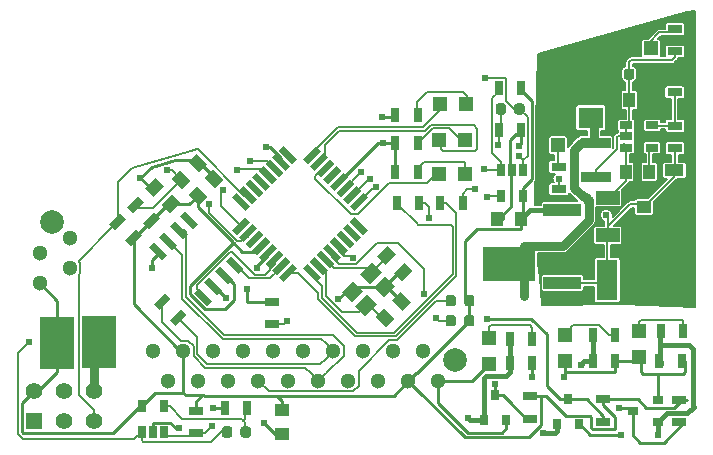
<source format=gbr>
G04 #@! TF.GenerationSoftware,KiCad,Pcbnew,(5.1.10-1-10_14)*
G04 #@! TF.CreationDate,2021-10-01T01:12:16-04:00*
G04 #@! TF.ProjectId,throttle,7468726f-7474-46c6-952e-6b696361645f,rev?*
G04 #@! TF.SameCoordinates,Original*
G04 #@! TF.FileFunction,Copper,L1,Top*
G04 #@! TF.FilePolarity,Positive*
%FSLAX46Y46*%
G04 Gerber Fmt 4.6, Leading zero omitted, Abs format (unit mm)*
G04 Created by KiCad (PCBNEW (5.1.10-1-10_14)) date 2021-10-01 01:12:16*
%MOMM*%
%LPD*%
G01*
G04 APERTURE LIST*
G04 #@! TA.AperFunction,SMDPad,CuDef*
%ADD10C,0.100000*%
G04 #@! TD*
G04 #@! TA.AperFunction,SMDPad,CuDef*
%ADD11R,1.250000X1.000000*%
G04 #@! TD*
G04 #@! TA.AperFunction,SMDPad,CuDef*
%ADD12R,0.700000X1.300000*%
G04 #@! TD*
G04 #@! TA.AperFunction,SMDPad,CuDef*
%ADD13R,1.780000X3.500000*%
G04 #@! TD*
G04 #@! TA.AperFunction,SMDPad,CuDef*
%ADD14R,1.000000X1.250000*%
G04 #@! TD*
G04 #@! TA.AperFunction,SMDPad,CuDef*
%ADD15R,2.500000X0.900000*%
G04 #@! TD*
G04 #@! TA.AperFunction,SMDPad,CuDef*
%ADD16R,2.000000X1.200000*%
G04 #@! TD*
G04 #@! TA.AperFunction,SMDPad,CuDef*
%ADD17R,1.300000X0.700000*%
G04 #@! TD*
G04 #@! TA.AperFunction,SMDPad,CuDef*
%ADD18R,3.200000X1.000000*%
G04 #@! TD*
G04 #@! TA.AperFunction,SMDPad,CuDef*
%ADD19R,1.060000X0.650000*%
G04 #@! TD*
G04 #@! TA.AperFunction,SMDPad,CuDef*
%ADD20R,1.600000X1.000000*%
G04 #@! TD*
G04 #@! TA.AperFunction,SMDPad,CuDef*
%ADD21R,2.159000X1.778000*%
G04 #@! TD*
G04 #@! TA.AperFunction,SMDPad,CuDef*
%ADD22R,1.200000X1.200000*%
G04 #@! TD*
G04 #@! TA.AperFunction,ComponentPad*
%ADD23C,1.300000*%
G04 #@! TD*
G04 #@! TA.AperFunction,ComponentPad*
%ADD24C,2.000000*%
G04 #@! TD*
G04 #@! TA.AperFunction,ComponentPad*
%ADD25C,1.400000*%
G04 #@! TD*
G04 #@! TA.AperFunction,ComponentPad*
%ADD26R,1.400000X1.400000*%
G04 #@! TD*
G04 #@! TA.AperFunction,SMDPad,CuDef*
%ADD27R,0.900000X0.800000*%
G04 #@! TD*
G04 #@! TA.AperFunction,SMDPad,CuDef*
%ADD28R,0.800000X0.900000*%
G04 #@! TD*
G04 #@! TA.AperFunction,SMDPad,CuDef*
%ADD29R,0.650000X1.060000*%
G04 #@! TD*
G04 #@! TA.AperFunction,SMDPad,CuDef*
%ADD30R,3.000000X4.500000*%
G04 #@! TD*
G04 #@! TA.AperFunction,SMDPad,CuDef*
%ADD31R,4.500000X3.000000*%
G04 #@! TD*
G04 #@! TA.AperFunction,ViaPad*
%ADD32C,0.609600*%
G04 #@! TD*
G04 #@! TA.AperFunction,Conductor*
%ADD33C,0.254000*%
G04 #@! TD*
G04 #@! TA.AperFunction,Conductor*
%ADD34C,0.152400*%
G04 #@! TD*
G04 #@! TA.AperFunction,Conductor*
%ADD35C,0.762000*%
G04 #@! TD*
G04 #@! TA.AperFunction,Conductor*
%ADD36C,0.381000*%
G04 #@! TD*
G04 #@! TA.AperFunction,Conductor*
%ADD37C,0.100000*%
G04 #@! TD*
G04 APERTURE END LIST*
G04 #@! TA.AperFunction,SMDPad,CuDef*
D10*
G36*
X188793666Y-79535445D02*
G01*
X188404757Y-79146536D01*
X189536128Y-78015165D01*
X189925037Y-78404074D01*
X188793666Y-79535445D01*
G37*
G04 #@! TD.AperFunction*
G04 #@! TA.AperFunction,SMDPad,CuDef*
G36*
X189359352Y-80101130D02*
G01*
X188970443Y-79712221D01*
X190101814Y-78580850D01*
X190490723Y-78969759D01*
X189359352Y-80101130D01*
G37*
G04 #@! TD.AperFunction*
G04 #@! TA.AperFunction,SMDPad,CuDef*
G36*
X189925037Y-80666816D02*
G01*
X189536128Y-80277907D01*
X190667499Y-79146536D01*
X191056408Y-79535445D01*
X189925037Y-80666816D01*
G37*
G04 #@! TD.AperFunction*
G04 #@! TA.AperFunction,SMDPad,CuDef*
G36*
X190490722Y-81232501D02*
G01*
X190101813Y-80843592D01*
X191233184Y-79712221D01*
X191622093Y-80101130D01*
X190490722Y-81232501D01*
G37*
G04 #@! TD.AperFunction*
G04 #@! TA.AperFunction,SMDPad,CuDef*
G36*
X191056408Y-81798187D02*
G01*
X190667499Y-81409278D01*
X191798870Y-80277907D01*
X192187779Y-80666816D01*
X191056408Y-81798187D01*
G37*
G04 #@! TD.AperFunction*
G04 #@! TA.AperFunction,SMDPad,CuDef*
G36*
X191622093Y-82363872D02*
G01*
X191233184Y-81974963D01*
X192364555Y-80843592D01*
X192753464Y-81232501D01*
X191622093Y-82363872D01*
G37*
G04 #@! TD.AperFunction*
G04 #@! TA.AperFunction,SMDPad,CuDef*
G36*
X192187779Y-82929557D02*
G01*
X191798870Y-82540648D01*
X192930241Y-81409277D01*
X193319150Y-81798186D01*
X192187779Y-82929557D01*
G37*
G04 #@! TD.AperFunction*
G04 #@! TA.AperFunction,SMDPad,CuDef*
G36*
X192753464Y-83495243D02*
G01*
X192364555Y-83106334D01*
X193495926Y-81974963D01*
X193884835Y-82363872D01*
X192753464Y-83495243D01*
G37*
G04 #@! TD.AperFunction*
G04 #@! TA.AperFunction,SMDPad,CuDef*
G36*
X195935445Y-83106334D02*
G01*
X195546536Y-83495243D01*
X194415165Y-82363872D01*
X194804074Y-81974963D01*
X195935445Y-83106334D01*
G37*
G04 #@! TD.AperFunction*
G04 #@! TA.AperFunction,SMDPad,CuDef*
G36*
X196501130Y-82540648D02*
G01*
X196112221Y-82929557D01*
X194980850Y-81798186D01*
X195369759Y-81409277D01*
X196501130Y-82540648D01*
G37*
G04 #@! TD.AperFunction*
G04 #@! TA.AperFunction,SMDPad,CuDef*
G36*
X197066816Y-81974963D02*
G01*
X196677907Y-82363872D01*
X195546536Y-81232501D01*
X195935445Y-80843592D01*
X197066816Y-81974963D01*
G37*
G04 #@! TD.AperFunction*
G04 #@! TA.AperFunction,SMDPad,CuDef*
G36*
X197632501Y-81409278D02*
G01*
X197243592Y-81798187D01*
X196112221Y-80666816D01*
X196501130Y-80277907D01*
X197632501Y-81409278D01*
G37*
G04 #@! TD.AperFunction*
G04 #@! TA.AperFunction,SMDPad,CuDef*
G36*
X198198187Y-80843592D02*
G01*
X197809278Y-81232501D01*
X196677907Y-80101130D01*
X197066816Y-79712221D01*
X198198187Y-80843592D01*
G37*
G04 #@! TD.AperFunction*
G04 #@! TA.AperFunction,SMDPad,CuDef*
G36*
X198763872Y-80277907D02*
G01*
X198374963Y-80666816D01*
X197243592Y-79535445D01*
X197632501Y-79146536D01*
X198763872Y-80277907D01*
G37*
G04 #@! TD.AperFunction*
G04 #@! TA.AperFunction,SMDPad,CuDef*
G36*
X199329557Y-79712221D02*
G01*
X198940648Y-80101130D01*
X197809277Y-78969759D01*
X198198186Y-78580850D01*
X199329557Y-79712221D01*
G37*
G04 #@! TD.AperFunction*
G04 #@! TA.AperFunction,SMDPad,CuDef*
G36*
X199895243Y-79146536D02*
G01*
X199506334Y-79535445D01*
X198374963Y-78404074D01*
X198763872Y-78015165D01*
X199895243Y-79146536D01*
G37*
G04 #@! TD.AperFunction*
G04 #@! TA.AperFunction,SMDPad,CuDef*
G36*
X198763872Y-77484835D02*
G01*
X198374963Y-77095926D01*
X199506334Y-75964555D01*
X199895243Y-76353464D01*
X198763872Y-77484835D01*
G37*
G04 #@! TD.AperFunction*
G04 #@! TA.AperFunction,SMDPad,CuDef*
G36*
X198198186Y-76919150D02*
G01*
X197809277Y-76530241D01*
X198940648Y-75398870D01*
X199329557Y-75787779D01*
X198198186Y-76919150D01*
G37*
G04 #@! TD.AperFunction*
G04 #@! TA.AperFunction,SMDPad,CuDef*
G36*
X197632501Y-76353464D02*
G01*
X197243592Y-75964555D01*
X198374963Y-74833184D01*
X198763872Y-75222093D01*
X197632501Y-76353464D01*
G37*
G04 #@! TD.AperFunction*
G04 #@! TA.AperFunction,SMDPad,CuDef*
G36*
X197066816Y-75787779D02*
G01*
X196677907Y-75398870D01*
X197809278Y-74267499D01*
X198198187Y-74656408D01*
X197066816Y-75787779D01*
G37*
G04 #@! TD.AperFunction*
G04 #@! TA.AperFunction,SMDPad,CuDef*
G36*
X196501130Y-75222093D02*
G01*
X196112221Y-74833184D01*
X197243592Y-73701813D01*
X197632501Y-74090722D01*
X196501130Y-75222093D01*
G37*
G04 #@! TD.AperFunction*
G04 #@! TA.AperFunction,SMDPad,CuDef*
G36*
X195935445Y-74656408D02*
G01*
X195546536Y-74267499D01*
X196677907Y-73136128D01*
X197066816Y-73525037D01*
X195935445Y-74656408D01*
G37*
G04 #@! TD.AperFunction*
G04 #@! TA.AperFunction,SMDPad,CuDef*
G36*
X195369759Y-74090723D02*
G01*
X194980850Y-73701814D01*
X196112221Y-72570443D01*
X196501130Y-72959352D01*
X195369759Y-74090723D01*
G37*
G04 #@! TD.AperFunction*
G04 #@! TA.AperFunction,SMDPad,CuDef*
G36*
X194804074Y-73525037D02*
G01*
X194415165Y-73136128D01*
X195546536Y-72004757D01*
X195935445Y-72393666D01*
X194804074Y-73525037D01*
G37*
G04 #@! TD.AperFunction*
G04 #@! TA.AperFunction,SMDPad,CuDef*
G36*
X193884835Y-73136128D02*
G01*
X193495926Y-73525037D01*
X192364555Y-72393666D01*
X192753464Y-72004757D01*
X193884835Y-73136128D01*
G37*
G04 #@! TD.AperFunction*
G04 #@! TA.AperFunction,SMDPad,CuDef*
G36*
X193319150Y-73701814D02*
G01*
X192930241Y-74090723D01*
X191798870Y-72959352D01*
X192187779Y-72570443D01*
X193319150Y-73701814D01*
G37*
G04 #@! TD.AperFunction*
G04 #@! TA.AperFunction,SMDPad,CuDef*
G36*
X192753464Y-74267499D02*
G01*
X192364555Y-74656408D01*
X191233184Y-73525037D01*
X191622093Y-73136128D01*
X192753464Y-74267499D01*
G37*
G04 #@! TD.AperFunction*
G04 #@! TA.AperFunction,SMDPad,CuDef*
G36*
X192187779Y-74833184D02*
G01*
X191798870Y-75222093D01*
X190667499Y-74090722D01*
X191056408Y-73701813D01*
X192187779Y-74833184D01*
G37*
G04 #@! TD.AperFunction*
G04 #@! TA.AperFunction,SMDPad,CuDef*
G36*
X191622093Y-75398870D02*
G01*
X191233184Y-75787779D01*
X190101813Y-74656408D01*
X190490722Y-74267499D01*
X191622093Y-75398870D01*
G37*
G04 #@! TD.AperFunction*
G04 #@! TA.AperFunction,SMDPad,CuDef*
G36*
X191056408Y-75964555D02*
G01*
X190667499Y-76353464D01*
X189536128Y-75222093D01*
X189925037Y-74833184D01*
X191056408Y-75964555D01*
G37*
G04 #@! TD.AperFunction*
G04 #@! TA.AperFunction,SMDPad,CuDef*
G36*
X190490723Y-76530241D02*
G01*
X190101814Y-76919150D01*
X188970443Y-75787779D01*
X189359352Y-75398870D01*
X190490723Y-76530241D01*
G37*
G04 #@! TD.AperFunction*
G04 #@! TA.AperFunction,SMDPad,CuDef*
G36*
X189925037Y-77095926D02*
G01*
X189536128Y-77484835D01*
X188404757Y-76353464D01*
X188793666Y-75964555D01*
X189925037Y-77095926D01*
G37*
G04 #@! TD.AperFunction*
D11*
X192650000Y-94375000D03*
X192650000Y-96375000D03*
D12*
X210968000Y-67096000D03*
X212868000Y-67096000D03*
X220843000Y-90191000D03*
X218943000Y-90191000D03*
X226475000Y-90225000D03*
X224575000Y-90225000D03*
D13*
X225450000Y-83350000D03*
X220170000Y-83350000D03*
D14*
X223725000Y-74200000D03*
X221725000Y-74200000D03*
X222025000Y-68125000D03*
X224025000Y-68125000D03*
G04 #@! TA.AperFunction,SMDPad,CuDef*
G36*
G01*
X221575000Y-66181250D02*
X221575000Y-65668750D01*
G75*
G02*
X221793750Y-65450000I218750J0D01*
G01*
X222231250Y-65450000D01*
G75*
G02*
X222450000Y-65668750I0J-218750D01*
G01*
X222450000Y-66181250D01*
G75*
G02*
X222231250Y-66400000I-218750J0D01*
G01*
X221793750Y-66400000D01*
G75*
G02*
X221575000Y-66181250I0J218750D01*
G01*
G37*
G04 #@! TD.AperFunction*
G04 #@! TA.AperFunction,SMDPad,CuDef*
G36*
G01*
X223150000Y-66181250D02*
X223150000Y-65668750D01*
G75*
G02*
X223368750Y-65450000I218750J0D01*
G01*
X223806250Y-65450000D01*
G75*
G02*
X224025000Y-65668750I0J-218750D01*
G01*
X224025000Y-66181250D01*
G75*
G02*
X223806250Y-66400000I-218750J0D01*
G01*
X223368750Y-66400000D01*
G75*
G02*
X223150000Y-66181250I0J218750D01*
G01*
G37*
G04 #@! TD.AperFunction*
D15*
X219175000Y-71775000D03*
X219175000Y-74675000D03*
D16*
X220200000Y-76375000D03*
X220200000Y-79575000D03*
D17*
X225900000Y-72200000D03*
X225900000Y-70300000D03*
X225875000Y-65550000D03*
X225875000Y-67450000D03*
D18*
X216350000Y-83600000D03*
X216350000Y-77400000D03*
D19*
X223975000Y-72150000D03*
X223975000Y-71200000D03*
X223975000Y-70250000D03*
X221775000Y-70250000D03*
X221775000Y-72150000D03*
X221775000Y-71200000D03*
D20*
X225850000Y-77075000D03*
X225850000Y-74075000D03*
D11*
X223275000Y-77175000D03*
X223275000Y-79175000D03*
D21*
X218775000Y-69607000D03*
X218775000Y-65543000D03*
D22*
X221675000Y-63750000D03*
X223875000Y-63750000D03*
D17*
X225900000Y-64000000D03*
X225900000Y-62100000D03*
D14*
X210850000Y-78150000D03*
X212850000Y-78150000D03*
G04 #@! TA.AperFunction,SMDPad,CuDef*
D10*
G36*
X186995495Y-75588388D02*
G01*
X186111612Y-74704505D01*
X186818719Y-73997398D01*
X187702602Y-74881281D01*
X186995495Y-75588388D01*
G37*
G04 #@! TD.AperFunction*
G04 #@! TA.AperFunction,SMDPad,CuDef*
G36*
X185581281Y-77002602D02*
G01*
X184697398Y-76118719D01*
X185404505Y-75411612D01*
X186288388Y-76295495D01*
X185581281Y-77002602D01*
G37*
G04 #@! TD.AperFunction*
G04 #@! TA.AperFunction,SMDPad,CuDef*
G36*
X184156281Y-75652602D02*
G01*
X183272398Y-74768719D01*
X183979505Y-74061612D01*
X184863388Y-74945495D01*
X184156281Y-75652602D01*
G37*
G04 #@! TD.AperFunction*
G04 #@! TA.AperFunction,SMDPad,CuDef*
G36*
X185570495Y-74238388D02*
G01*
X184686612Y-73354505D01*
X185393719Y-72647398D01*
X186277602Y-73531281D01*
X185570495Y-74238388D01*
G37*
G04 #@! TD.AperFunction*
G04 #@! TA.AperFunction,SMDPad,CuDef*
G36*
X202086612Y-82770495D02*
G01*
X202970495Y-81886612D01*
X203677602Y-82593719D01*
X202793719Y-83477602D01*
X202086612Y-82770495D01*
G37*
G04 #@! TD.AperFunction*
G04 #@! TA.AperFunction,SMDPad,CuDef*
G36*
X200672398Y-81356281D02*
G01*
X201556281Y-80472398D01*
X202263388Y-81179505D01*
X201379505Y-82063388D01*
X200672398Y-81356281D01*
G37*
G04 #@! TD.AperFunction*
G04 #@! TA.AperFunction,SMDPad,CuDef*
G36*
X202820495Y-85938388D02*
G01*
X201936612Y-85054505D01*
X202643719Y-84347398D01*
X203527602Y-85231281D01*
X202820495Y-85938388D01*
G37*
G04 #@! TD.AperFunction*
G04 #@! TA.AperFunction,SMDPad,CuDef*
G36*
X201406281Y-87352602D02*
G01*
X200522398Y-86468719D01*
X201229505Y-85761612D01*
X202113388Y-86645495D01*
X201406281Y-87352602D01*
G37*
G04 #@! TD.AperFunction*
G04 #@! TA.AperFunction,SMDPad,CuDef*
G36*
X184027602Y-76818719D02*
G01*
X183143719Y-77702602D01*
X182436612Y-76995495D01*
X183320495Y-76111612D01*
X184027602Y-76818719D01*
G37*
G04 #@! TD.AperFunction*
G04 #@! TA.AperFunction,SMDPad,CuDef*
G36*
X182613388Y-75404505D02*
G01*
X181729505Y-76288388D01*
X181022398Y-75581281D01*
X181906281Y-74697398D01*
X182613388Y-75404505D01*
G37*
G04 #@! TD.AperFunction*
D22*
X205950000Y-74400000D03*
X208150000Y-74400000D03*
X205950000Y-71500000D03*
X208150000Y-71500000D03*
X208200000Y-68450000D03*
X206000000Y-68450000D03*
X222859000Y-87636000D03*
X222859000Y-89836000D03*
X216550000Y-88046000D03*
X216550000Y-90246000D03*
X210125000Y-88300000D03*
X210125000Y-90500000D03*
X216000000Y-71945000D03*
X216000000Y-69745000D03*
D23*
X174650000Y-82360000D03*
X174650000Y-79820000D03*
X172110000Y-81090000D03*
X172110000Y-83630000D03*
D24*
X173150000Y-78420000D03*
D23*
X200775000Y-91900000D03*
X203315000Y-91900000D03*
X205855000Y-91900000D03*
X198235000Y-91900000D03*
X204585000Y-89360000D03*
X202045000Y-89360000D03*
X199505000Y-89360000D03*
X196965000Y-89360000D03*
X195695000Y-91900000D03*
X194425000Y-89360000D03*
X193155000Y-91900000D03*
X191885000Y-89360000D03*
X190615000Y-91900000D03*
X189345000Y-89360000D03*
X188075000Y-91900000D03*
X186805000Y-89360000D03*
X185535000Y-91900000D03*
X184265000Y-89360000D03*
X182995000Y-91900000D03*
X181725000Y-89360000D03*
D24*
X207255000Y-90100000D03*
D25*
X176680000Y-92785000D03*
X176680000Y-95325000D03*
X174140000Y-92785000D03*
X174140000Y-95325000D03*
X171600000Y-92785000D03*
D26*
X171600000Y-95325000D03*
D27*
X222339000Y-94431000D03*
X224439000Y-93481000D03*
X224439000Y-95381000D03*
D28*
X216843000Y-93466000D03*
X217793000Y-95566000D03*
X215893000Y-95566000D03*
X210639000Y-93111000D03*
X211589000Y-95211000D03*
X209689000Y-95211000D03*
D17*
X185325000Y-96325000D03*
X185325000Y-94425000D03*
G04 #@! TA.AperFunction,SMDPad,CuDef*
G36*
G01*
X208050000Y-87056250D02*
X208050000Y-86543750D01*
G75*
G02*
X208268750Y-86325000I218750J0D01*
G01*
X208706250Y-86325000D01*
G75*
G02*
X208925000Y-86543750I0J-218750D01*
G01*
X208925000Y-87056250D01*
G75*
G02*
X208706250Y-87275000I-218750J0D01*
G01*
X208268750Y-87275000D01*
G75*
G02*
X208050000Y-87056250I0J218750D01*
G01*
G37*
G04 #@! TD.AperFunction*
G04 #@! TA.AperFunction,SMDPad,CuDef*
G36*
G01*
X206475000Y-87056250D02*
X206475000Y-86543750D01*
G75*
G02*
X206693750Y-86325000I218750J0D01*
G01*
X207131250Y-86325000D01*
G75*
G02*
X207350000Y-86543750I0J-218750D01*
G01*
X207350000Y-87056250D01*
G75*
G02*
X207131250Y-87275000I-218750J0D01*
G01*
X206693750Y-87275000D01*
G75*
G02*
X206475000Y-87056250I0J218750D01*
G01*
G37*
G04 #@! TD.AperFunction*
G04 #@! TA.AperFunction,SMDPad,CuDef*
G36*
G01*
X208925000Y-84843750D02*
X208925000Y-85356250D01*
G75*
G02*
X208706250Y-85575000I-218750J0D01*
G01*
X208268750Y-85575000D01*
G75*
G02*
X208050000Y-85356250I0J218750D01*
G01*
X208050000Y-84843750D01*
G75*
G02*
X208268750Y-84625000I218750J0D01*
G01*
X208706250Y-84625000D01*
G75*
G02*
X208925000Y-84843750I0J-218750D01*
G01*
G37*
G04 #@! TD.AperFunction*
G04 #@! TA.AperFunction,SMDPad,CuDef*
G36*
G01*
X207350000Y-84843750D02*
X207350000Y-85356250D01*
G75*
G02*
X207131250Y-85575000I-218750J0D01*
G01*
X206693750Y-85575000D01*
G75*
G02*
X206475000Y-85356250I0J218750D01*
G01*
X206475000Y-84843750D01*
G75*
G02*
X206693750Y-84625000I218750J0D01*
G01*
X207131250Y-84625000D01*
G75*
G02*
X207350000Y-84843750I0J-218750D01*
G01*
G37*
G04 #@! TD.AperFunction*
G04 #@! TA.AperFunction,SMDPad,CuDef*
G36*
G01*
X189112500Y-96481250D02*
X189112500Y-95968750D01*
G75*
G02*
X189331250Y-95750000I218750J0D01*
G01*
X189768750Y-95750000D01*
G75*
G02*
X189987500Y-95968750I0J-218750D01*
G01*
X189987500Y-96481250D01*
G75*
G02*
X189768750Y-96700000I-218750J0D01*
G01*
X189331250Y-96700000D01*
G75*
G02*
X189112500Y-96481250I0J218750D01*
G01*
G37*
G04 #@! TD.AperFunction*
G04 #@! TA.AperFunction,SMDPad,CuDef*
G36*
G01*
X187537500Y-96481250D02*
X187537500Y-95968750D01*
G75*
G02*
X187756250Y-95750000I218750J0D01*
G01*
X188193750Y-95750000D01*
G75*
G02*
X188412500Y-95968750I0J-218750D01*
G01*
X188412500Y-96481250D01*
G75*
G02*
X188193750Y-96700000I-218750J0D01*
G01*
X187756250Y-96700000D01*
G75*
G02*
X187537500Y-96481250I0J218750D01*
G01*
G37*
G04 #@! TD.AperFunction*
D12*
X189700000Y-94225000D03*
X187800000Y-94225000D03*
X204134000Y-74196000D03*
X202234000Y-74196000D03*
X202200000Y-71775000D03*
X204100000Y-71775000D03*
X204100000Y-69350000D03*
X202200000Y-69350000D03*
G04 #@! TA.AperFunction,SMDPad,CuDef*
G36*
G01*
X213168500Y-68617750D02*
X213168500Y-69130250D01*
G75*
G02*
X212949750Y-69349000I-218750J0D01*
G01*
X212512250Y-69349000D01*
G75*
G02*
X212293500Y-69130250I0J218750D01*
G01*
X212293500Y-68617750D01*
G75*
G02*
X212512250Y-68399000I218750J0D01*
G01*
X212949750Y-68399000D01*
G75*
G02*
X213168500Y-68617750I0J-218750D01*
G01*
G37*
G04 #@! TD.AperFunction*
G04 #@! TA.AperFunction,SMDPad,CuDef*
G36*
G01*
X211593500Y-68617750D02*
X211593500Y-69130250D01*
G75*
G02*
X211374750Y-69349000I-218750J0D01*
G01*
X210937250Y-69349000D01*
G75*
G02*
X210718500Y-69130250I0J218750D01*
G01*
X210718500Y-68617750D01*
G75*
G02*
X210937250Y-68399000I218750J0D01*
G01*
X211374750Y-68399000D01*
G75*
G02*
X211593500Y-68617750I0J-218750D01*
G01*
G37*
G04 #@! TD.AperFunction*
X210968000Y-70652000D03*
X212868000Y-70652000D03*
X224714000Y-87631000D03*
X226614000Y-87631000D03*
D17*
X226275000Y-93481000D03*
X226275000Y-95381000D03*
D12*
X220843000Y-88041000D03*
X218943000Y-88041000D03*
D17*
X219843000Y-93441000D03*
X219843000Y-95341000D03*
D12*
X211925000Y-88350000D03*
X213825000Y-88350000D03*
X211914000Y-90361000D03*
X213814000Y-90361000D03*
D17*
X213589000Y-95086000D03*
X213589000Y-93186000D03*
G04 #@! TA.AperFunction,SMDPad,CuDef*
D10*
G36*
X180913605Y-76769366D02*
G01*
X179994366Y-77688605D01*
X179499391Y-77193630D01*
X180418630Y-76274391D01*
X180913605Y-76769366D01*
G37*
G04 #@! TD.AperFunction*
G04 #@! TA.AperFunction,SMDPad,CuDef*
G36*
X182257107Y-78112868D02*
G01*
X181337868Y-79032107D01*
X180842893Y-78537132D01*
X181762132Y-77617893D01*
X182257107Y-78112868D01*
G37*
G04 #@! TD.AperFunction*
D17*
X216050000Y-73770000D03*
X216050000Y-75670000D03*
G04 #@! TA.AperFunction,SMDPad,CuDef*
D10*
G36*
X180778858Y-79559619D02*
G01*
X179859619Y-80478858D01*
X179364644Y-79983883D01*
X180283883Y-79064644D01*
X180778858Y-79559619D01*
G37*
G04 #@! TD.AperFunction*
G04 #@! TA.AperFunction,SMDPad,CuDef*
G36*
X179435356Y-78216117D02*
G01*
X178516117Y-79135356D01*
X178021142Y-78640381D01*
X178940381Y-77721142D01*
X179435356Y-78216117D01*
G37*
G04 #@! TD.AperFunction*
G04 #@! TA.AperFunction,SMDPad,CuDef*
G36*
X183185356Y-84991117D02*
G01*
X182266117Y-85910356D01*
X181771142Y-85415381D01*
X182690381Y-84496142D01*
X183185356Y-84991117D01*
G37*
G04 #@! TD.AperFunction*
G04 #@! TA.AperFunction,SMDPad,CuDef*
G36*
X184528858Y-86334619D02*
G01*
X183609619Y-87253858D01*
X183114644Y-86758883D01*
X184033883Y-85839644D01*
X184528858Y-86334619D01*
G37*
G04 #@! TD.AperFunction*
D12*
X206025000Y-76850000D03*
X207925000Y-76850000D03*
X204250000Y-76850000D03*
X202350000Y-76850000D03*
D29*
X180733000Y-94040000D03*
X182633000Y-94040000D03*
X182633000Y-96240000D03*
X181683000Y-96240000D03*
X180733000Y-96240000D03*
X213056000Y-76240000D03*
X211156000Y-76240000D03*
X211156000Y-74040000D03*
X212106000Y-74040000D03*
X213056000Y-74040000D03*
G04 #@! TA.AperFunction,SMDPad,CuDef*
D10*
G36*
X182853913Y-81273726D02*
G01*
X182429649Y-81697990D01*
X181333633Y-80601974D01*
X181757897Y-80177710D01*
X182853913Y-81273726D01*
G37*
G04 #@! TD.AperFunction*
G04 #@! TA.AperFunction,SMDPad,CuDef*
G36*
X183751939Y-80375700D02*
G01*
X183327675Y-80799964D01*
X182231659Y-79703948D01*
X182655923Y-79279684D01*
X183751939Y-80375700D01*
G37*
G04 #@! TD.AperFunction*
G04 #@! TA.AperFunction,SMDPad,CuDef*
G36*
X184649964Y-79477675D02*
G01*
X184225700Y-79901939D01*
X183129684Y-78805923D01*
X183553948Y-78381659D01*
X184649964Y-79477675D01*
G37*
G04 #@! TD.AperFunction*
G04 #@! TA.AperFunction,SMDPad,CuDef*
G36*
X185547990Y-78579649D02*
G01*
X185123726Y-79003913D01*
X184027710Y-77907897D01*
X184451974Y-77483633D01*
X185547990Y-78579649D01*
G37*
G04 #@! TD.AperFunction*
G04 #@! TA.AperFunction,SMDPad,CuDef*
G36*
X189366367Y-82398026D02*
G01*
X188942103Y-82822290D01*
X187846087Y-81726274D01*
X188270351Y-81302010D01*
X189366367Y-82398026D01*
G37*
G04 #@! TD.AperFunction*
G04 #@! TA.AperFunction,SMDPad,CuDef*
G36*
X188468341Y-83296052D02*
G01*
X188044077Y-83720316D01*
X186948061Y-82624300D01*
X187372325Y-82200036D01*
X188468341Y-83296052D01*
G37*
G04 #@! TD.AperFunction*
G04 #@! TA.AperFunction,SMDPad,CuDef*
G36*
X187570316Y-84194077D02*
G01*
X187146052Y-84618341D01*
X186050036Y-83522325D01*
X186474300Y-83098061D01*
X187570316Y-84194077D01*
G37*
G04 #@! TD.AperFunction*
G04 #@! TA.AperFunction,SMDPad,CuDef*
G36*
X186672290Y-85092103D02*
G01*
X186248026Y-85516367D01*
X185152010Y-84420351D01*
X185576274Y-83996087D01*
X186672290Y-85092103D01*
G37*
G04 #@! TD.AperFunction*
G04 #@! TA.AperFunction,SMDPad,CuDef*
G36*
X201364214Y-82993629D02*
G01*
X202212742Y-83842157D01*
X201222792Y-84832107D01*
X200374264Y-83983579D01*
X201364214Y-82993629D01*
G37*
G04 #@! TD.AperFunction*
G04 #@! TA.AperFunction,SMDPad,CuDef*
G36*
X199808579Y-84549264D02*
G01*
X200657107Y-85397792D01*
X199667157Y-86387742D01*
X198818629Y-85539214D01*
X199808579Y-84549264D01*
G37*
G04 #@! TD.AperFunction*
G04 #@! TA.AperFunction,SMDPad,CuDef*
G36*
X198677208Y-83417893D02*
G01*
X199525736Y-84266421D01*
X198535786Y-85256371D01*
X197687258Y-84407843D01*
X198677208Y-83417893D01*
G37*
G04 #@! TD.AperFunction*
G04 #@! TA.AperFunction,SMDPad,CuDef*
G36*
X200232843Y-81862258D02*
G01*
X201081371Y-82710786D01*
X200091421Y-83700736D01*
X199242893Y-82852208D01*
X200232843Y-81862258D01*
G37*
G04 #@! TD.AperFunction*
D17*
X191750000Y-85200000D03*
X191750000Y-87100000D03*
D30*
X177150000Y-88600000D03*
D31*
X211850000Y-82025000D03*
D30*
X173600000Y-88675000D03*
D32*
X221300000Y-96450000D03*
X201125000Y-69550000D03*
X201150000Y-71750000D03*
X181600000Y-82300000D03*
X190500000Y-82300000D03*
X183925000Y-95900000D03*
X187867657Y-84857343D03*
X216775000Y-65225000D03*
X216100000Y-68270000D03*
X216525000Y-91575000D03*
X213825000Y-91600000D03*
X212700000Y-71975000D03*
X189650000Y-84150000D03*
X180625000Y-74700000D03*
X197400000Y-84975000D03*
X186775000Y-94225000D03*
X191075000Y-95450000D03*
X216050000Y-74770000D03*
X220090000Y-77870000D03*
X199325000Y-74250000D03*
X182850000Y-74075000D03*
X213150000Y-84675000D03*
X187600000Y-75775000D03*
X186475000Y-76950000D03*
X204616590Y-84547838D03*
X193075000Y-86850000D03*
X198625000Y-81475000D03*
X212700000Y-72825000D03*
X200575000Y-75450000D03*
X209800000Y-66275000D03*
X200050000Y-74775000D03*
X171200000Y-88600000D03*
X209950000Y-86650000D03*
X191300000Y-72075000D03*
X221200000Y-94225000D03*
X189900000Y-73275809D03*
X188850000Y-74075000D03*
X210625000Y-92122710D03*
X214750000Y-96325000D03*
X217900000Y-90547040D03*
X208375000Y-95075000D03*
X224450000Y-96450000D03*
X205650000Y-86550000D03*
X186725000Y-95725000D03*
X209700000Y-73950000D03*
X208950000Y-75650000D03*
X205075000Y-78083400D03*
X210922799Y-71922000D03*
X209950000Y-76300000D03*
D33*
X202129000Y-71761000D02*
X201249000Y-71761000D01*
D34*
X197213315Y-75076963D02*
X197508037Y-75076963D01*
X191202907Y-81087371D02*
X191217629Y-81087371D01*
X212868000Y-70652000D02*
X212868000Y-70952000D01*
D33*
X202109000Y-69576000D02*
X201207000Y-69576000D01*
D34*
X201357000Y-69576000D02*
X201301000Y-69520000D01*
D33*
X211925000Y-73859000D02*
X212106000Y-74040000D01*
X211925000Y-71500000D02*
X211925000Y-73859000D01*
X212868000Y-70952000D02*
X212473000Y-70952000D01*
X212473000Y-70952000D02*
X211925000Y-71500000D01*
X222954000Y-90341000D02*
X223034000Y-90261000D01*
X202234000Y-74196000D02*
X202234000Y-73896000D01*
X202200000Y-74162000D02*
X202234000Y-74196000D01*
X202200000Y-71775000D02*
X202200000Y-74162000D01*
X186885176Y-83808201D02*
X186933201Y-83808201D01*
X181708401Y-95430599D02*
X183175599Y-95430599D01*
X181683000Y-96240000D02*
X181683000Y-95456000D01*
X188425000Y-92250000D02*
X188075000Y-91900000D01*
X181390000Y-89360000D02*
X181725000Y-89360000D01*
X208725000Y-91900000D02*
X210125000Y-90500000D01*
X205855000Y-91900000D02*
X208725000Y-91900000D01*
X205855000Y-93755000D02*
X205855000Y-91900000D01*
X211589000Y-95915000D02*
X211237002Y-96266998D01*
X211589000Y-95211000D02*
X211589000Y-95915000D01*
X211237002Y-96266998D02*
X208366998Y-96266998D01*
X208366998Y-96266998D02*
X205855000Y-93755000D01*
X223700000Y-78959000D02*
X222916000Y-78959000D01*
X218925000Y-65243000D02*
X216793000Y-65243000D01*
X216793000Y-65243000D02*
X216775000Y-65225000D01*
X216100000Y-69645000D02*
X216100000Y-68370000D01*
X216550000Y-90246000D02*
X216550000Y-91550000D01*
X216550000Y-91550000D02*
X216525000Y-91575000D01*
X213814000Y-90361000D02*
X213814000Y-91589000D01*
X213814000Y-91589000D02*
X213825000Y-91600000D01*
X222964000Y-90191000D02*
X223034000Y-90261000D01*
X220843000Y-90191000D02*
X222964000Y-90191000D01*
X226764000Y-91135000D02*
X226764000Y-90231000D01*
X226599000Y-91300000D02*
X226764000Y-91135000D01*
X223034000Y-90261000D02*
X223034000Y-91115000D01*
X223034000Y-91115000D02*
X223219000Y-91300000D01*
X223219000Y-91300000D02*
X224450000Y-91300000D01*
X224450000Y-91300000D02*
X226599000Y-91300000D01*
X224439000Y-91311000D02*
X224450000Y-91300000D01*
X224439000Y-93481000D02*
X224439000Y-91311000D01*
X212868000Y-70652000D02*
X212868000Y-71882000D01*
X212868000Y-71882000D02*
X212700000Y-72050000D01*
X211975000Y-74171000D02*
X212106000Y-74040000D01*
X211975000Y-77150000D02*
X211975000Y-74171000D01*
X211325000Y-78225000D02*
X211325000Y-77800000D01*
X211325000Y-77800000D02*
X211975000Y-77150000D01*
X186885176Y-83874862D02*
X187867657Y-84857343D01*
X186885176Y-83808201D02*
X186885176Y-83874862D01*
X190500000Y-82175000D02*
X190500000Y-82300000D01*
X191427639Y-81038047D02*
X191427639Y-81247361D01*
X191427639Y-81247361D02*
X190500000Y-82175000D01*
X189650000Y-85200000D02*
X191415250Y-85200000D01*
X189650000Y-85200000D02*
X189650000Y-84150000D01*
X200715686Y-71750000D02*
X201150000Y-71750000D01*
X197438047Y-75027639D02*
X200715686Y-71750000D01*
X181817893Y-75492893D02*
X181417893Y-75492893D01*
X181417893Y-75492893D02*
X180625000Y-74700000D01*
X185407107Y-73192893D02*
X186757107Y-74542893D01*
X180625000Y-74700000D02*
X181579002Y-73745998D01*
X183553032Y-73192893D02*
X185407107Y-73192893D01*
X181579002Y-73745998D02*
X183553032Y-73192893D01*
X183175599Y-95430599D02*
X183645000Y-95900000D01*
X181604594Y-81636217D02*
X181600000Y-81631623D01*
X182093773Y-80937850D02*
X182093773Y-81147038D01*
X181600000Y-81631623D02*
X181600000Y-82300000D01*
X182093773Y-81147038D02*
X181604594Y-81636217D01*
X220806758Y-91131242D02*
X220843000Y-91095000D01*
X216581242Y-91131242D02*
X220806758Y-91131242D01*
X220843000Y-91095000D02*
X220843000Y-90191000D01*
X216550000Y-90246000D02*
X216550000Y-91100000D01*
X216550000Y-91100000D02*
X216581242Y-91131242D01*
X202524264Y-82682107D02*
X201293503Y-83912868D01*
X202882107Y-82682107D02*
X202524264Y-82682107D01*
X201502082Y-83912868D02*
X202732107Y-85142893D01*
X201293503Y-83912868D02*
X201502082Y-83912868D01*
X201226225Y-83980146D02*
X201293503Y-83912868D01*
X198606497Y-84337132D02*
X198963483Y-83980146D01*
X198963483Y-83980146D02*
X201226225Y-83980146D01*
X198037868Y-84337132D02*
X197400000Y-84975000D01*
X198606497Y-84337132D02*
X198037868Y-84337132D01*
X187800000Y-92175000D02*
X188075000Y-91900000D01*
D35*
X176680000Y-89070000D02*
X177150000Y-88600000D01*
X176680000Y-92785000D02*
X176680000Y-89070000D01*
D33*
X218775000Y-64400000D02*
X218775000Y-65543000D01*
X221675000Y-63750000D02*
X219425000Y-63750000D01*
X223962500Y-65550000D02*
X223587500Y-65925000D01*
X225875000Y-65550000D02*
X223962500Y-65550000D01*
X223587500Y-67687500D02*
X224025000Y-68125000D01*
X223587500Y-65925000D02*
X223587500Y-67687500D01*
X219425000Y-63750000D02*
X218775000Y-64400000D01*
X218700000Y-96450000D02*
X221300000Y-96450000D01*
X217793000Y-95566000D02*
X217816000Y-95566000D01*
X217816000Y-95566000D02*
X218700000Y-96450000D01*
X187800000Y-94225000D02*
X186850000Y-94225000D01*
X192000000Y-96375000D02*
X191075000Y-95450000D01*
X192650000Y-96375000D02*
X192000000Y-96375000D01*
X171900000Y-83840000D02*
X172110000Y-83630000D01*
X226929000Y-93481000D02*
X226489000Y-93481000D01*
X213056000Y-76445000D02*
X213056000Y-76240000D01*
D34*
X190637221Y-80521685D02*
X191273616Y-79885290D01*
D33*
X219843000Y-93943400D02*
X219843000Y-93441000D01*
X220851000Y-94951400D02*
X219843000Y-93943400D01*
X220851000Y-96009000D02*
X220851000Y-94951400D01*
X219099518Y-96009000D02*
X219327000Y-96009000D01*
X219327000Y-96009000D02*
X220851000Y-96009000D01*
X219843000Y-93441000D02*
X219871000Y-93469000D01*
X218819000Y-94993000D02*
X218819000Y-95873881D01*
X216630599Y-94836599D02*
X218662599Y-94836599D01*
X218954119Y-96009000D02*
X219327000Y-96009000D01*
X218662599Y-94836599D02*
X218819000Y-94993000D01*
X218819000Y-95873881D02*
X218954119Y-96009000D01*
X214980000Y-93186000D02*
X216630599Y-94836599D01*
X213589000Y-93186000D02*
X214980000Y-93186000D01*
X208088409Y-96673409D02*
X203964999Y-92549999D01*
X213504513Y-96673409D02*
X208088409Y-96673409D01*
X203964999Y-92549999D02*
X203315000Y-91900000D01*
X214518401Y-95659521D02*
X213504513Y-96673409D01*
X213589000Y-93186000D02*
X214493000Y-93186000D01*
X214518401Y-93211401D02*
X214518401Y-95659521D01*
X214493000Y-93186000D02*
X214518401Y-93211401D01*
X203315000Y-91900000D02*
X202080788Y-93134211D01*
X213066000Y-76250000D02*
X213056000Y-76240000D01*
X225789599Y-94160401D02*
X226469000Y-93481000D01*
X223457401Y-94160401D02*
X225789599Y-94160401D01*
X222825000Y-93525000D02*
X223457401Y-94160401D01*
X226469000Y-93481000D02*
X226489000Y-93481000D01*
X219843000Y-93441000D02*
X222741000Y-93441000D01*
X222741000Y-93441000D02*
X222825000Y-93525000D01*
X185492893Y-76914214D02*
X185492893Y-76207107D01*
X185492893Y-77170801D02*
X185492893Y-76914214D01*
X188450000Y-80127908D02*
X185492893Y-77170801D01*
X188450000Y-80250000D02*
X188450000Y-80127908D01*
X184792893Y-76907107D02*
X183232107Y-76907107D01*
X185492893Y-76207107D02*
X184792893Y-76907107D01*
X182967893Y-76907107D02*
X181550000Y-78325000D01*
X183232107Y-76907107D02*
X182967893Y-76907107D01*
X181518502Y-78325000D02*
X180071751Y-79771751D01*
X181550000Y-78325000D02*
X181518502Y-78325000D01*
X184872600Y-84536089D02*
X186132288Y-85795777D01*
X186132288Y-85795777D02*
X187793841Y-85795777D01*
X184872600Y-83824491D02*
X184872600Y-84536089D01*
X187793841Y-85795777D02*
X188550000Y-85039618D01*
X188550000Y-83676975D02*
X187783201Y-82910176D01*
X188550000Y-85039618D02*
X188550000Y-83676975D01*
X188447091Y-80250000D02*
X184872600Y-83824491D01*
X188450000Y-80250000D02*
X188447091Y-80250000D01*
X190388088Y-80946226D02*
X190861953Y-80472361D01*
X189268318Y-80946226D02*
X190388088Y-80946226D01*
X188572092Y-80250000D02*
X189268318Y-80946226D01*
X188447091Y-80250000D02*
X188572092Y-80250000D01*
X213056000Y-76240000D02*
X213056000Y-76169000D01*
X192559211Y-93134211D02*
X192409211Y-93134211D01*
X192788211Y-93134211D02*
X192484211Y-93134211D01*
X202080788Y-93134211D02*
X192484211Y-93134211D01*
X192484211Y-93134211D02*
X192409211Y-93134211D01*
X180075000Y-79775000D02*
X180071751Y-79771751D01*
X180075000Y-85408000D02*
X180075000Y-79775000D01*
X184265000Y-89360000D02*
X184027000Y-89360000D01*
X184027000Y-89360000D02*
X180075000Y-85408000D01*
X203315000Y-91900000D02*
X203561486Y-91900000D01*
X208487500Y-85100000D02*
X208487500Y-86800000D01*
X204037499Y-91250001D02*
X208487500Y-86800000D01*
X203964999Y-91250001D02*
X204037499Y-91250001D01*
X203315000Y-91900000D02*
X203964999Y-91250001D01*
X178352599Y-96304401D02*
X180617000Y-94040000D01*
X170676479Y-96304401D02*
X178352599Y-96304401D01*
X180617000Y-94040000D02*
X180733000Y-94040000D01*
X170620599Y-96248521D02*
X170676479Y-96304401D01*
X171600000Y-92785000D02*
X170620599Y-93764401D01*
X170620599Y-93764401D02*
X170620599Y-96248521D01*
X181862000Y-92911000D02*
X184265000Y-92911000D01*
X180733000Y-94040000D02*
X181862000Y-92911000D01*
X192650000Y-94375000D02*
X192650000Y-93621000D01*
X192163211Y-93134211D02*
X191859211Y-93134211D01*
X192650000Y-93621000D02*
X192163211Y-93134211D01*
X192409211Y-93134211D02*
X191859211Y-93134211D01*
X173600000Y-85120000D02*
X172110000Y-83630000D01*
X173600000Y-88675000D02*
X173600000Y-85120000D01*
X173600000Y-91179000D02*
X171994000Y-92785000D01*
X171994000Y-92785000D02*
X171600000Y-92785000D01*
X173600000Y-88675000D02*
X173600000Y-91179000D01*
X213056000Y-77944000D02*
X212850000Y-78150000D01*
X213056000Y-76440000D02*
X213056000Y-77944000D01*
X212850000Y-79029000D02*
X212850000Y-78150000D01*
X212824599Y-79054401D02*
X212850000Y-79029000D01*
X209095599Y-79054401D02*
X212824599Y-79054401D01*
X208100000Y-80050000D02*
X209095599Y-79054401D01*
X208100000Y-84712500D02*
X208100000Y-80050000D01*
X208487500Y-85100000D02*
X208100000Y-84712500D01*
X184485000Y-89360000D02*
X184265000Y-89360000D01*
X191859211Y-93134211D02*
X186011789Y-93134211D01*
X185350000Y-93625000D02*
X185350000Y-94600000D01*
X185840789Y-93134211D02*
X185350000Y-93625000D01*
X186002578Y-93125000D02*
X186011789Y-93134211D01*
X184265000Y-92911000D02*
X184479000Y-93125000D01*
X184479000Y-93125000D02*
X186002578Y-93125000D01*
X184265000Y-89360000D02*
X184265000Y-92911000D01*
X212868000Y-67284000D02*
X212868000Y-67096000D01*
X213056000Y-76240000D02*
X213056000Y-75557600D01*
X213802212Y-68218212D02*
X212868000Y-67284000D01*
X213802212Y-74811388D02*
X213802212Y-68218212D01*
X213056000Y-75557600D02*
X213802212Y-74811388D01*
D36*
X213600000Y-77400000D02*
X212850000Y-78150000D01*
X216350000Y-77400000D02*
X213600000Y-77400000D01*
D34*
X219000000Y-74650000D02*
X219000000Y-74350000D01*
X222175000Y-64725000D02*
X225677400Y-64725000D01*
X225900000Y-64502400D02*
X225900000Y-64000000D01*
X225677400Y-64725000D02*
X225900000Y-64502400D01*
X222012500Y-65925000D02*
X222012500Y-64887500D01*
X222012500Y-64887500D02*
X222175000Y-64725000D01*
X220966399Y-71276201D02*
X221042600Y-71200000D01*
X220966399Y-72281201D02*
X220966399Y-71276201D01*
X219175000Y-74072600D02*
X220966399Y-72281201D01*
X221042600Y-71200000D02*
X221725000Y-71200000D01*
X219175000Y-74675000D02*
X219175000Y-74072600D01*
X222012500Y-68112500D02*
X222025000Y-68125000D01*
X222012500Y-65925000D02*
X222012500Y-68112500D01*
X222025000Y-70000000D02*
X221775000Y-70250000D01*
X222025000Y-68125000D02*
X222025000Y-70000000D01*
X221775000Y-70250000D02*
X221775000Y-71200000D01*
X223725000Y-72400000D02*
X223975000Y-72150000D01*
X223725000Y-74200000D02*
X223725000Y-72400000D01*
X221472310Y-71877690D02*
X221700000Y-71877690D01*
X220827400Y-76325000D02*
X219675000Y-76325000D01*
X221775000Y-74150000D02*
X221725000Y-74200000D01*
X221775000Y-72150000D02*
X221775000Y-74150000D01*
X220327400Y-76375000D02*
X220200000Y-76375000D01*
X221725000Y-74977400D02*
X220327400Y-76375000D01*
X221725000Y-74200000D02*
X221725000Y-74977400D01*
X219550000Y-83600000D02*
X220175000Y-82975000D01*
X216350000Y-83600000D02*
X219550000Y-83600000D01*
X220175000Y-80025000D02*
X219675000Y-79525000D01*
X220175000Y-82975000D02*
X220175000Y-80025000D01*
X222547600Y-76925000D02*
X223325000Y-76925000D01*
X222097600Y-76925000D02*
X222547600Y-76925000D01*
X220200000Y-78822600D02*
X222097600Y-76925000D01*
X220200000Y-79575000D02*
X220200000Y-78822600D01*
X225900000Y-74025000D02*
X225850000Y-74075000D01*
X225900000Y-72200000D02*
X225900000Y-74025000D01*
X225850000Y-74600000D02*
X225850000Y-74075000D01*
X223275000Y-77175000D02*
X225850000Y-74600000D01*
X216050000Y-75670000D02*
X216050000Y-74770000D01*
X220200000Y-77980000D02*
X220200000Y-79575000D01*
X220090000Y-77870000D02*
X220200000Y-77980000D01*
X225047600Y-62375000D02*
X225850000Y-62375000D01*
X224572600Y-62375000D02*
X225047600Y-62375000D01*
X223700000Y-63247600D02*
X224572600Y-62375000D01*
X223700000Y-64000000D02*
X223700000Y-63247600D01*
X216000000Y-72697400D02*
X216000000Y-73770000D01*
X216000000Y-71945000D02*
X216000000Y-72697400D01*
X225875000Y-70275000D02*
X225900000Y-70300000D01*
X225875000Y-67450000D02*
X225875000Y-70275000D01*
X224025000Y-70300000D02*
X223975000Y-70250000D01*
X225900000Y-70300000D02*
X224025000Y-70300000D01*
X197779000Y-75642648D02*
X197932352Y-75642648D01*
X197932352Y-75642648D02*
X199075000Y-74500000D01*
X199075000Y-74500000D02*
X199325000Y-74250000D01*
X183714340Y-75210660D02*
X184067893Y-74857107D01*
X181696015Y-77228985D02*
X183714340Y-75210660D01*
X180453985Y-77228985D02*
X181696015Y-77228985D01*
X180206498Y-76981498D02*
X180453985Y-77228985D01*
X183285786Y-74075000D02*
X182850000Y-74075000D01*
X184067893Y-74857107D02*
X183285786Y-74075000D01*
X196353056Y-81653056D02*
X196345676Y-81653056D01*
X196345676Y-81653056D02*
X197042620Y-82350000D01*
X200162132Y-82781497D02*
X201467893Y-81475736D01*
X199730635Y-82350000D02*
X200162132Y-82781497D01*
X197042620Y-82350000D02*
X199730635Y-82350000D01*
X195779990Y-82218741D02*
X195779990Y-82286990D01*
X195779990Y-82218741D02*
X196221000Y-82659751D01*
X196321573Y-82750000D02*
X195740990Y-82169417D01*
X197700000Y-86100000D02*
X196325000Y-84725000D01*
X196325000Y-82753427D02*
X196321573Y-82750000D01*
X199862868Y-85343503D02*
X199106371Y-86100000D01*
X201076472Y-86557107D02*
X199862868Y-85343503D01*
X199106371Y-86100000D02*
X197700000Y-86100000D01*
X196325000Y-84725000D02*
X196325000Y-82753427D01*
X204633601Y-73396399D02*
X208098799Y-73396399D01*
X204134000Y-74196000D02*
X204134000Y-73896000D01*
X208100000Y-73397600D02*
X208100000Y-74150000D01*
X208098799Y-73396399D02*
X208100000Y-73397600D01*
X204134000Y-73896000D02*
X204633601Y-73396399D01*
X204879811Y-75170189D02*
X205900000Y-74150000D01*
X195445549Y-74581987D02*
X195445549Y-74763873D01*
X198431676Y-77750000D02*
X199075000Y-77750000D01*
X195445549Y-74763873D02*
X198431676Y-77750000D01*
X196081944Y-73945592D02*
X195445549Y-74581987D01*
X201654811Y-75170189D02*
X204879811Y-75170189D01*
X199075000Y-77750000D02*
X201654811Y-75170189D01*
X204250000Y-71725000D02*
X204250000Y-71425000D01*
X205381066Y-70525000D02*
X204131066Y-71775000D01*
X206786437Y-70525000D02*
X205381066Y-70525000D01*
X207786437Y-71525000D02*
X206786437Y-70525000D01*
X204131066Y-71775000D02*
X204100000Y-71775000D01*
X196152653Y-72743512D02*
X195516258Y-73379907D01*
X196275000Y-71920860D02*
X197491050Y-70704810D01*
X195779990Y-73379907D02*
X196275000Y-72884897D01*
X196275000Y-72884897D02*
X196275000Y-71920860D01*
X206075000Y-72277400D02*
X206075000Y-71525000D01*
X209175000Y-70550000D02*
X209175000Y-72236482D01*
X197508411Y-70691589D02*
X197500000Y-70700000D01*
X209175000Y-72236482D02*
X208961482Y-72450000D01*
X197500000Y-70700000D02*
X204775000Y-70700000D01*
X204775000Y-70700000D02*
X205254810Y-70220189D01*
X208850000Y-70225000D02*
X209175000Y-70550000D01*
X206247600Y-72450000D02*
X206075000Y-72277400D01*
X208961482Y-72450000D02*
X206247600Y-72450000D01*
X206917504Y-70225000D02*
X208850000Y-70225000D01*
X205254810Y-70220189D02*
X206912693Y-70220189D01*
X206912693Y-70220189D02*
X206917504Y-70225000D01*
X194950573Y-72814221D02*
X197378016Y-70386778D01*
X206075000Y-68836482D02*
X206075000Y-68500000D01*
X204524704Y-70386778D02*
X206075000Y-68836482D01*
X197378016Y-70386778D02*
X204524704Y-70386778D01*
X204159000Y-69576000D02*
X204159000Y-69016000D01*
X204075000Y-69425000D02*
X204075000Y-68250000D01*
X204075000Y-68250000D02*
X204875000Y-67450000D01*
X208275000Y-67747600D02*
X208275000Y-68500000D01*
X207977400Y-67450000D02*
X208275000Y-67747600D01*
X204875000Y-67450000D02*
X207977400Y-67450000D01*
X226614000Y-86828600D02*
X226614000Y-87631000D01*
X226537799Y-86752399D02*
X226614000Y-86828600D01*
X222990201Y-86752399D02*
X226537799Y-86752399D01*
X222859000Y-86883600D02*
X222990201Y-86752399D01*
X222859000Y-87636000D02*
X222859000Y-86883600D01*
D35*
X218734500Y-69307000D02*
X218925000Y-69307000D01*
X218925000Y-71675000D02*
X219000000Y-71750000D01*
X219025000Y-69332000D02*
X219025000Y-71700000D01*
X211850000Y-82025000D02*
X213150000Y-82025000D01*
X213150000Y-82025000D02*
X213175000Y-82000000D01*
X213150000Y-84675000D02*
X213175000Y-82000000D01*
X218375000Y-71775000D02*
X219175000Y-71775000D01*
X217975000Y-71775000D02*
X219175000Y-71775000D01*
X217391599Y-75601599D02*
X217391599Y-72358401D01*
X213175000Y-82000000D02*
X213150000Y-80450000D01*
X218580000Y-78300000D02*
X218580000Y-76569878D01*
X218156599Y-76366599D02*
X217391599Y-75601599D01*
X218483401Y-76569878D02*
X218483401Y-76473279D01*
X217391599Y-72358401D02*
X217975000Y-71775000D01*
X218376721Y-76366599D02*
X218156599Y-76366599D01*
X218580000Y-76569878D02*
X218483401Y-76569878D01*
X216430000Y-80450000D02*
X218580000Y-78300000D01*
X213150000Y-80450000D02*
X216430000Y-80450000D01*
X218483401Y-76473279D02*
X218376721Y-76366599D01*
D34*
X217093000Y-87293600D02*
X217093000Y-88046000D01*
X217224201Y-87162399D02*
X217093000Y-87293600D01*
X219461999Y-87162399D02*
X217224201Y-87162399D01*
X220340600Y-88041000D02*
X219461999Y-87162399D01*
X220843000Y-88041000D02*
X220340600Y-88041000D01*
X213825000Y-88350000D02*
X213797600Y-88322600D01*
X213825000Y-87400000D02*
X213825000Y-88350000D01*
X213625000Y-87200000D02*
X213825000Y-87400000D01*
X210332600Y-87200000D02*
X213625000Y-87200000D01*
X210175000Y-88102400D02*
X210175000Y-87357600D01*
X210175000Y-87357600D02*
X210332600Y-87200000D01*
X188940165Y-78824629D02*
X188948371Y-78824629D01*
X189203897Y-78824629D02*
X189203897Y-78823103D01*
X189203897Y-78824629D02*
X189203897Y-78996103D01*
X187500000Y-77110408D02*
X189164897Y-78775305D01*
X187500000Y-75625000D02*
X187500000Y-77110408D01*
X186475000Y-77650000D02*
X186475000Y-76950000D01*
X188851709Y-80026709D02*
X186475000Y-77650000D01*
X189133188Y-80026709D02*
X188851709Y-80026709D01*
X189769583Y-79680417D02*
X189769583Y-79390314D01*
X189769583Y-79390314D02*
X189133188Y-80026709D01*
X185400000Y-84119077D02*
X185987150Y-84706227D01*
X185400000Y-83800000D02*
X185400000Y-84119077D01*
X191150000Y-82900000D02*
X190316647Y-82900000D01*
X190316647Y-82900000D02*
X188429629Y-81012982D01*
X191570260Y-82445953D02*
X191570260Y-82479740D01*
X192032324Y-81983889D02*
X191570260Y-82445953D01*
X191570260Y-82479740D02*
X191150000Y-82900000D01*
X188429629Y-81012982D02*
X188187018Y-81012982D01*
X192032324Y-81653056D02*
X192032324Y-81983889D01*
X188187018Y-81012982D02*
X185400000Y-83800000D01*
X188681227Y-82012150D02*
X189873888Y-83204811D01*
X191961615Y-82855136D02*
X192598010Y-82218741D01*
X191611940Y-83204811D02*
X191961615Y-82855136D01*
X189873888Y-83204811D02*
X191611940Y-83204811D01*
X192835677Y-83337622D02*
X192899963Y-83273336D01*
X192899963Y-83273336D02*
X192899963Y-82784427D01*
X194022293Y-82784427D02*
X195715378Y-84477512D01*
X195715378Y-84477512D02*
X195715378Y-84977512D01*
X198842677Y-88104811D02*
X202251256Y-88104811D01*
X207375000Y-82981067D02*
X207375000Y-77697600D01*
X206527400Y-76850000D02*
X206025000Y-76850000D01*
X207375000Y-77697600D02*
X206527400Y-76850000D01*
X202251256Y-88104811D02*
X207375000Y-82981067D01*
X193163695Y-82784427D02*
X194022293Y-82784427D01*
X195715378Y-84977512D02*
X198842677Y-88104811D01*
X202350000Y-76850000D02*
X202350000Y-76889652D01*
X202350000Y-76889652D02*
X204110710Y-78650362D01*
X196020189Y-83854043D02*
X194950573Y-82784427D01*
X207070189Y-78825000D02*
X207070189Y-82854811D01*
X198968933Y-87800000D02*
X196020189Y-84851256D01*
X206920189Y-78675000D02*
X207070189Y-78825000D01*
X202125000Y-87800000D02*
X198968933Y-87800000D01*
X204150000Y-78675000D02*
X206920189Y-78675000D01*
X196020189Y-84851256D02*
X196020189Y-83854043D01*
X207070189Y-82854811D02*
X202125000Y-87800000D01*
X196911361Y-81087371D02*
X196911361Y-81132361D01*
X196911361Y-81087371D02*
X197120371Y-81087371D01*
X196872361Y-81426956D02*
X197453806Y-82008401D01*
X197453806Y-82008401D02*
X198891599Y-82008401D01*
X204616590Y-84116786D02*
X204616590Y-84547838D01*
X198891599Y-82008401D02*
X200656212Y-80243788D01*
X204616590Y-82441590D02*
X204616590Y-84116786D01*
X200656212Y-80243788D02*
X202418788Y-80243788D01*
X202418788Y-80243788D02*
X204616590Y-82441590D01*
X196872361Y-81038047D02*
X196872361Y-81426956D01*
X197213315Y-80521685D02*
X197849710Y-81158080D01*
X197438047Y-80861270D02*
X197876777Y-81300000D01*
X197438047Y-80472361D02*
X197438047Y-80861270D01*
X197876777Y-81300000D02*
X198450000Y-81300000D01*
X198450000Y-81300000D02*
X198550000Y-81400000D01*
X192825000Y-87100000D02*
X193075000Y-86850000D01*
X191750000Y-87100000D02*
X192825000Y-87100000D01*
X213056000Y-73357600D02*
X213056000Y-74040000D01*
X213056000Y-73357600D02*
X213056000Y-73314000D01*
X213056000Y-73357600D02*
X213056000Y-73181000D01*
X200347281Y-75600841D02*
X200378501Y-75600841D01*
X199174103Y-76774019D02*
X200347281Y-75600841D01*
X213446601Y-72828399D02*
X213056000Y-73219000D01*
X213056000Y-73219000D02*
X213056000Y-73357600D01*
X212731000Y-68874000D02*
X213446601Y-69589601D01*
X213446601Y-69589601D02*
X213446601Y-72828399D01*
X213056000Y-73181000D02*
X212700000Y-72825000D01*
X211500881Y-66217399D02*
X209857601Y-66217399D01*
X211578810Y-66295328D02*
X211500881Y-66217399D01*
X211578810Y-68159310D02*
X211578810Y-66295328D01*
X212293500Y-68874000D02*
X211578810Y-68159310D01*
X212731000Y-68874000D02*
X212293500Y-68874000D01*
X198344685Y-76208334D02*
X198530451Y-76208334D01*
X199627178Y-75147822D02*
X200100000Y-74675000D01*
X198608417Y-76208334D02*
X198608417Y-76166583D01*
X198608417Y-76166583D02*
X199627178Y-75147822D01*
X187712500Y-96225000D02*
X187712500Y-96001934D01*
X187712500Y-96001934D02*
X186639434Y-97075000D01*
X180885600Y-97075000D02*
X186639434Y-97075000D01*
X180733000Y-96922400D02*
X180885600Y-97075000D01*
X180733000Y-96240000D02*
X180733000Y-96922400D01*
X170719170Y-96850000D02*
X180123000Y-96850000D01*
X170264989Y-96395819D02*
X170719170Y-96850000D01*
X171200000Y-88600000D02*
X170264989Y-89535011D01*
X180123000Y-96850000D02*
X180733000Y-96240000D01*
X170264989Y-89535011D02*
X170264989Y-96395819D01*
D33*
X217395400Y-93466000D02*
X216843000Y-93466000D01*
X218470400Y-93466000D02*
X217395400Y-93466000D01*
X219843000Y-94838600D02*
X218470400Y-93466000D01*
X219843000Y-95341000D02*
X219843000Y-94838600D01*
D34*
X192334278Y-73379907D02*
X192522555Y-73379907D01*
D33*
X213750509Y-86650000D02*
X210381052Y-86650000D01*
X215050000Y-87949491D02*
X213750509Y-86650000D01*
X210381052Y-86650000D02*
X209950000Y-86650000D01*
X215050000Y-92327000D02*
X215050000Y-87949491D01*
X216189000Y-93466000D02*
X215050000Y-92327000D01*
X216843000Y-93466000D02*
X216189000Y-93466000D01*
X191650742Y-72075000D02*
X191300000Y-72075000D01*
X192559010Y-73330583D02*
X192559010Y-72983268D01*
X192559010Y-72983268D02*
X191650742Y-72075000D01*
D34*
X222235000Y-94535000D02*
X222339000Y-94431000D01*
X222424012Y-94516012D02*
X222339000Y-94431000D01*
X226489000Y-95586000D02*
X226489000Y-95381000D01*
D33*
X222133000Y-94225000D02*
X221200000Y-94225000D01*
D34*
X222339000Y-94431000D02*
X222133000Y-94225000D01*
X191362541Y-73275809D02*
X190331052Y-73275809D01*
X190331052Y-73275809D02*
X189900000Y-73275809D01*
X192032324Y-73945592D02*
X191362541Y-73275809D01*
D33*
X224950000Y-97125000D02*
X226489000Y-95586000D01*
X222975000Y-97125000D02*
X224950000Y-97125000D01*
X222339000Y-94431000D02*
X222339000Y-96489000D01*
X222339000Y-96489000D02*
X222975000Y-97125000D01*
D34*
X213289000Y-95086000D02*
X213589000Y-95086000D01*
D33*
X211891000Y-93688000D02*
X213289000Y-95086000D01*
X211314000Y-93111000D02*
X211891000Y-93688000D01*
X210639000Y-93111000D02*
X211314000Y-93111000D01*
X210639000Y-93111000D02*
X210639000Y-92014000D01*
D34*
X190880362Y-73925000D02*
X191466639Y-74511277D01*
X188850000Y-74075000D02*
X189000000Y-73925000D01*
X189000000Y-73925000D02*
X190880362Y-73925000D01*
X210639000Y-92014000D02*
X210625000Y-92028000D01*
X210625000Y-92028000D02*
X210625000Y-92122710D01*
D33*
X178831498Y-78325000D02*
X178728249Y-78428249D01*
D34*
X189769583Y-76208334D02*
X189769583Y-76276583D01*
X189769583Y-76208334D02*
X189955334Y-76208334D01*
X189769583Y-76208334D02*
X189433334Y-76208334D01*
X176680000Y-94581692D02*
X176680000Y-95325000D01*
X184997758Y-72418788D02*
X184952449Y-72431483D01*
X189341674Y-76159010D02*
X189730583Y-76159010D01*
X185479989Y-72297325D02*
X189341674Y-76159010D01*
X184952449Y-72431483D02*
X185431256Y-72297325D01*
X185431256Y-72297325D02*
X185479989Y-72297325D01*
X184952449Y-72431483D02*
X179938713Y-73836287D01*
X178728249Y-75046751D02*
X178728249Y-77933274D01*
X178728249Y-77933274D02*
X178728249Y-78428249D01*
X179938713Y-73836287D02*
X178728249Y-75046751D01*
X178268630Y-78887868D02*
X178728249Y-78428249D01*
X175400000Y-81809670D02*
X175400000Y-81756498D01*
X176680000Y-94335051D02*
X175400000Y-93055051D01*
X175528601Y-81938271D02*
X175400000Y-81809670D01*
X176680000Y-95325000D02*
X176680000Y-94335051D01*
X175400000Y-93055051D02*
X175400000Y-82910330D01*
X175400000Y-81756498D02*
X178268630Y-78887868D01*
X175400000Y-82910330D02*
X175528601Y-82781729D01*
X175528601Y-82781729D02*
X175528601Y-81938271D01*
D36*
X218943000Y-90191000D02*
X218943000Y-88041000D01*
X215736400Y-96325000D02*
X215181052Y-96325000D01*
X215181052Y-96325000D02*
X214750000Y-96325000D01*
X215893000Y-96168400D02*
X215736400Y-96325000D01*
X215893000Y-95566000D02*
X215893000Y-96168400D01*
X218204799Y-90242241D02*
X217900000Y-90547040D01*
X218943000Y-90191000D02*
X218256040Y-90191000D01*
D34*
X218256040Y-90191000D02*
X218204799Y-90242241D01*
X211914000Y-88136000D02*
X211939000Y-88111000D01*
D36*
X211914000Y-90361000D02*
X211914000Y-88136000D01*
X208511000Y-95211000D02*
X208375000Y-95075000D01*
X209689000Y-95211000D02*
X208511000Y-95211000D01*
X209875000Y-91475000D02*
X211602400Y-91475000D01*
X209689000Y-91661000D02*
X209875000Y-91475000D01*
X209689000Y-95211000D02*
X209689000Y-91661000D01*
X211914000Y-91163400D02*
X211914000Y-90361000D01*
X211602400Y-91475000D02*
X211914000Y-91163400D01*
D34*
X224864000Y-90531000D02*
X224864000Y-90231000D01*
X224439000Y-96389000D02*
X224475000Y-96425000D01*
D36*
X224439000Y-95381000D02*
X224439000Y-96389000D01*
D34*
X224864000Y-88081000D02*
X224889000Y-88056000D01*
D36*
X224664000Y-90231000D02*
X224664000Y-89311000D01*
X227075000Y-88850000D02*
X224650000Y-88850000D01*
X224650000Y-88850000D02*
X224664000Y-88081000D01*
X224664000Y-89311000D02*
X224650000Y-88850000D01*
X227450000Y-89225000D02*
X227075000Y-88850000D01*
X227450000Y-93931482D02*
X227450000Y-89225000D01*
X225189689Y-94630311D02*
X224439000Y-95381000D01*
X227473640Y-94113582D02*
X226956911Y-94630311D01*
X226956911Y-94630311D02*
X225189689Y-94630311D01*
D34*
X195955000Y-88350000D02*
X196315001Y-88710001D01*
X187600000Y-88350000D02*
X195955000Y-88350000D01*
X182991799Y-80039824D02*
X182991799Y-80091799D01*
X196315001Y-88710001D02*
X196965000Y-89360000D01*
X182991799Y-80091799D02*
X184175000Y-81275000D01*
X184175000Y-84925000D02*
X187600000Y-88350000D01*
X184175000Y-81275000D02*
X184175000Y-84925000D01*
X196315001Y-90009999D02*
X196965000Y-89360000D01*
X186275000Y-90475000D02*
X195850000Y-90475000D01*
X183821751Y-86546751D02*
X185448411Y-88173411D01*
X195850000Y-90475000D02*
X196315001Y-90009999D01*
X185448411Y-89648411D02*
X186275000Y-90475000D01*
X185448411Y-88173411D02*
X185448411Y-89648411D01*
X197843600Y-89751400D02*
X196344999Y-91250001D01*
X183889824Y-79141799D02*
X184314088Y-79141799D01*
X184314088Y-79141799D02*
X184500000Y-79327711D01*
X196344999Y-91250001D02*
X195695000Y-91900000D01*
X197843601Y-88938271D02*
X197843600Y-89751400D01*
X196950519Y-88045189D02*
X197843601Y-88938271D01*
X187726255Y-88045189D02*
X196950519Y-88045189D01*
X184500000Y-84818934D02*
X187726255Y-88045189D01*
X184500000Y-79327711D02*
X184500000Y-84818934D01*
X182478249Y-86903249D02*
X184056399Y-88481399D01*
X182478249Y-85203249D02*
X182478249Y-86903249D01*
X194574811Y-90779811D02*
X195045001Y-91250001D01*
X184056399Y-88481399D02*
X184686729Y-88481399D01*
X185143600Y-89774667D02*
X186148744Y-90779811D01*
X184686729Y-88481399D02*
X185143600Y-88938270D01*
X185143600Y-88938270D02*
X185143600Y-89774667D01*
X186148744Y-90779811D02*
X194574811Y-90779811D01*
X195045001Y-91250001D02*
X195695000Y-91900000D01*
X206912500Y-86800000D02*
X205900000Y-86800000D01*
X205900000Y-86800000D02*
X205650000Y-86550000D01*
X182593000Y-96300000D02*
X182726401Y-96433401D01*
X182968000Y-96575000D02*
X182633000Y-96240000D01*
X185325000Y-96325000D02*
X185075000Y-96575000D01*
X185075000Y-96575000D02*
X182968000Y-96575000D01*
X186125000Y-96325000D02*
X186725000Y-95725000D01*
X185325000Y-96325000D02*
X186125000Y-96325000D01*
X191493601Y-92778601D02*
X190615000Y-91900000D01*
X198656729Y-92778601D02*
X191493601Y-92778601D01*
X206912500Y-85100000D02*
X205687133Y-85100000D01*
X205687133Y-85100000D02*
X202377512Y-88409622D01*
X202377512Y-88409622D02*
X201725378Y-88409622D01*
X199113601Y-91021399D02*
X199113601Y-92321729D01*
X199113601Y-92321729D02*
X198656729Y-92778601D01*
X201725378Y-88409622D02*
X199113601Y-91021399D01*
X210968000Y-67096000D02*
X210968000Y-66796000D01*
X211156000Y-73700000D02*
X211156000Y-74040000D01*
X210968000Y-67396000D02*
X210389399Y-67974601D01*
X210968000Y-67096000D02*
X210968000Y-67396000D01*
X210389399Y-72590999D02*
X210389399Y-67974601D01*
X211156000Y-73357600D02*
X210389399Y-72590999D01*
X211156000Y-74040000D02*
X211156000Y-73357600D01*
X211274000Y-67096000D02*
X210968000Y-67096000D01*
X211156000Y-74040000D02*
X209715000Y-74040000D01*
X207925000Y-76850000D02*
X208000000Y-76775000D01*
X208518948Y-75650000D02*
X208950000Y-75650000D01*
X207925000Y-76047600D02*
X208322600Y-75650000D01*
X208322600Y-75650000D02*
X208518948Y-75650000D01*
X207925000Y-76850000D02*
X207925000Y-76047600D01*
X204250000Y-76850000D02*
X204250000Y-76550000D01*
X205075000Y-77172600D02*
X205075000Y-78083400D01*
X204250000Y-76850000D02*
X204752400Y-76850000D01*
X204752400Y-76850000D02*
X205075000Y-77172600D01*
X189500000Y-95102400D02*
X189500000Y-94300000D01*
X189348799Y-95253601D02*
X189500000Y-95102400D01*
X189500000Y-96012500D02*
X189287500Y-96225000D01*
X189348799Y-95253601D02*
X189500000Y-95404802D01*
X189500000Y-95404802D02*
X189500000Y-96012500D01*
X184195400Y-95125000D02*
X189220198Y-95125000D01*
X189220198Y-95125000D02*
X189348799Y-95253601D01*
X182633000Y-94040000D02*
X183110400Y-94040000D01*
X183110400Y-94040000D02*
X184195400Y-95125000D01*
X211156000Y-70464000D02*
X210968000Y-70652000D01*
X211156000Y-68874000D02*
X211156000Y-70464000D01*
X210968000Y-70652000D02*
X210968000Y-71876799D01*
X210968000Y-71876799D02*
X210922799Y-71922000D01*
X211156000Y-76240000D02*
X210210000Y-76240000D01*
X210210000Y-76240000D02*
X210050000Y-76400000D01*
X227593707Y-85604935D02*
X221502577Y-85398844D01*
X221498900Y-85398808D01*
X214644617Y-85497787D01*
X214430802Y-83100000D01*
X214520294Y-83100000D01*
X214520294Y-84100000D01*
X214524708Y-84144813D01*
X214537779Y-84187905D01*
X214559006Y-84227618D01*
X214587573Y-84262427D01*
X214622382Y-84290994D01*
X214662095Y-84312221D01*
X214705187Y-84325292D01*
X214750000Y-84329706D01*
X217950000Y-84329706D01*
X217994813Y-84325292D01*
X218037905Y-84312221D01*
X218077618Y-84290994D01*
X218112427Y-84262427D01*
X218140994Y-84227618D01*
X218162221Y-84187905D01*
X218175292Y-84144813D01*
X218179706Y-84100000D01*
X218179706Y-83904800D01*
X219050294Y-83904800D01*
X219050294Y-85100000D01*
X219054708Y-85144813D01*
X219067779Y-85187905D01*
X219089006Y-85227618D01*
X219117573Y-85262427D01*
X219152382Y-85290994D01*
X219192095Y-85312221D01*
X219235187Y-85325292D01*
X219280000Y-85329706D01*
X221060000Y-85329706D01*
X221104813Y-85325292D01*
X221147905Y-85312221D01*
X221187618Y-85290994D01*
X221222427Y-85262427D01*
X221250994Y-85227618D01*
X221272221Y-85187905D01*
X221285292Y-85144813D01*
X221289706Y-85100000D01*
X221289706Y-81600000D01*
X221285292Y-81555187D01*
X221272221Y-81512095D01*
X221250994Y-81472382D01*
X221222427Y-81437573D01*
X221187618Y-81409006D01*
X221147905Y-81387779D01*
X221104813Y-81374708D01*
X221060000Y-81370294D01*
X220479800Y-81370294D01*
X220479800Y-80404706D01*
X221200000Y-80404706D01*
X221244813Y-80400292D01*
X221287905Y-80387221D01*
X221327618Y-80365994D01*
X221362427Y-80337427D01*
X221390994Y-80302618D01*
X221412221Y-80262905D01*
X221425292Y-80219813D01*
X221429706Y-80175000D01*
X221429706Y-78975000D01*
X221425292Y-78930187D01*
X221412221Y-78887095D01*
X221390994Y-78847382D01*
X221362427Y-78812573D01*
X221327618Y-78784006D01*
X221287905Y-78762779D01*
X221244813Y-78749708D01*
X221200000Y-78745294D01*
X220708357Y-78745294D01*
X222223852Y-77229800D01*
X222420294Y-77229800D01*
X222420294Y-77675000D01*
X222424708Y-77719813D01*
X222437779Y-77762905D01*
X222459006Y-77802618D01*
X222487573Y-77837427D01*
X222522382Y-77865994D01*
X222562095Y-77887221D01*
X222605187Y-77900292D01*
X222650000Y-77904706D01*
X223900000Y-77904706D01*
X223944813Y-77900292D01*
X223987905Y-77887221D01*
X224027618Y-77865994D01*
X224062427Y-77837427D01*
X224090994Y-77802618D01*
X224112221Y-77762905D01*
X224125292Y-77719813D01*
X224129706Y-77675000D01*
X224129706Y-76751345D01*
X226054945Y-74826107D01*
X226066568Y-74816568D01*
X226076303Y-74804706D01*
X226650000Y-74804706D01*
X226694813Y-74800292D01*
X226737905Y-74787221D01*
X226777618Y-74765994D01*
X226812427Y-74737427D01*
X226840994Y-74702618D01*
X226862221Y-74662905D01*
X226875292Y-74619813D01*
X226879706Y-74575000D01*
X226879706Y-73575000D01*
X226875292Y-73530187D01*
X226862221Y-73487095D01*
X226840994Y-73447382D01*
X226812427Y-73412573D01*
X226777618Y-73384006D01*
X226737905Y-73362779D01*
X226694813Y-73349708D01*
X226650000Y-73345294D01*
X226204800Y-73345294D01*
X226204800Y-72779706D01*
X226550000Y-72779706D01*
X226594813Y-72775292D01*
X226637905Y-72762221D01*
X226677618Y-72740994D01*
X226712427Y-72712427D01*
X226740994Y-72677618D01*
X226762221Y-72637905D01*
X226775292Y-72594813D01*
X226779706Y-72550000D01*
X226779706Y-71850000D01*
X226775292Y-71805187D01*
X226762221Y-71762095D01*
X226740994Y-71722382D01*
X226712427Y-71687573D01*
X226677618Y-71659006D01*
X226637905Y-71637779D01*
X226594813Y-71624708D01*
X226550000Y-71620294D01*
X225250000Y-71620294D01*
X225205187Y-71624708D01*
X225162095Y-71637779D01*
X225122382Y-71659006D01*
X225087573Y-71687573D01*
X225059006Y-71722382D01*
X225037779Y-71762095D01*
X225024708Y-71805187D01*
X225020294Y-71850000D01*
X225020294Y-72550000D01*
X225024708Y-72594813D01*
X225037779Y-72637905D01*
X225059006Y-72677618D01*
X225087573Y-72712427D01*
X225122382Y-72740994D01*
X225162095Y-72762221D01*
X225205187Y-72775292D01*
X225250000Y-72779706D01*
X225595200Y-72779706D01*
X225595201Y-73345294D01*
X225050000Y-73345294D01*
X225005187Y-73349708D01*
X224962095Y-73362779D01*
X224922382Y-73384006D01*
X224887573Y-73412573D01*
X224859006Y-73447382D01*
X224837779Y-73487095D01*
X224824708Y-73530187D01*
X224820294Y-73575000D01*
X224820294Y-74575000D01*
X224824708Y-74619813D01*
X224837779Y-74662905D01*
X224859006Y-74702618D01*
X224887573Y-74737427D01*
X224922382Y-74765994D01*
X224962095Y-74787221D01*
X225005187Y-74800292D01*
X225050000Y-74804706D01*
X225214242Y-74804706D01*
X223573655Y-76445294D01*
X222650000Y-76445294D01*
X222605187Y-76449708D01*
X222562095Y-76462779D01*
X222522382Y-76484006D01*
X222487573Y-76512573D01*
X222459006Y-76547382D01*
X222437779Y-76587095D01*
X222427737Y-76620200D01*
X222112558Y-76620200D01*
X222097600Y-76618727D01*
X222082642Y-76620200D01*
X222082634Y-76620200D01*
X222037849Y-76624611D01*
X221980394Y-76642040D01*
X221927443Y-76670342D01*
X221881032Y-76708432D01*
X221871492Y-76720056D01*
X220612074Y-77979474D01*
X220623400Y-77922535D01*
X220623400Y-77817465D01*
X220602902Y-77714413D01*
X220562693Y-77617340D01*
X220504319Y-77529977D01*
X220430023Y-77455681D01*
X220342660Y-77397307D01*
X220245587Y-77357098D01*
X220142535Y-77336600D01*
X220037465Y-77336600D01*
X219934413Y-77357098D01*
X219837340Y-77397307D01*
X219749977Y-77455681D01*
X219675681Y-77529977D01*
X219617307Y-77617340D01*
X219577098Y-77714413D01*
X219556600Y-77817465D01*
X219556600Y-77922535D01*
X219577098Y-78025587D01*
X219617307Y-78122660D01*
X219675681Y-78210023D01*
X219749977Y-78284319D01*
X219837340Y-78342693D01*
X219895200Y-78366660D01*
X219895200Y-78745294D01*
X219200000Y-78745294D01*
X219155187Y-78749708D01*
X219112095Y-78762779D01*
X219072382Y-78784006D01*
X219037573Y-78812573D01*
X219009006Y-78847382D01*
X218987779Y-78887095D01*
X218974708Y-78930187D01*
X218970294Y-78975000D01*
X218970294Y-80175000D01*
X218974708Y-80219813D01*
X218987779Y-80262905D01*
X219009006Y-80302618D01*
X219037573Y-80337427D01*
X219072382Y-80365994D01*
X219112095Y-80387221D01*
X219155187Y-80400292D01*
X219200000Y-80404706D01*
X219870201Y-80404706D01*
X219870201Y-81370294D01*
X219280000Y-81370294D01*
X219235187Y-81374708D01*
X219192095Y-81387779D01*
X219152382Y-81409006D01*
X219117573Y-81437573D01*
X219089006Y-81472382D01*
X219067779Y-81512095D01*
X219054708Y-81555187D01*
X219050294Y-81600000D01*
X219050294Y-83295200D01*
X218179706Y-83295200D01*
X218179706Y-83100000D01*
X218175292Y-83055187D01*
X218162221Y-83012095D01*
X218140994Y-82972382D01*
X218112427Y-82937573D01*
X218077618Y-82909006D01*
X218037905Y-82887779D01*
X217994813Y-82874708D01*
X217950000Y-82870294D01*
X214750000Y-82870294D01*
X214705187Y-82874708D01*
X214662095Y-82887779D01*
X214622382Y-82909006D01*
X214587573Y-82937573D01*
X214559006Y-82972382D01*
X214537779Y-83012095D01*
X214524708Y-83055187D01*
X214520294Y-83100000D01*
X214430802Y-83100000D01*
X214329706Y-81966286D01*
X214329706Y-81059600D01*
X216400059Y-81059600D01*
X216430000Y-81062549D01*
X216459941Y-81059600D01*
X216549502Y-81050779D01*
X216664412Y-81015921D01*
X216770314Y-80959316D01*
X216863138Y-80883138D01*
X216882235Y-80859868D01*
X218989874Y-78752229D01*
X219013138Y-78733138D01*
X219089316Y-78640314D01*
X219145921Y-78534412D01*
X219180779Y-78419502D01*
X219189600Y-78329941D01*
X219189600Y-78329940D01*
X219192549Y-78300001D01*
X219189600Y-78270059D01*
X219189600Y-77203682D01*
X219200000Y-77204706D01*
X221200000Y-77204706D01*
X221244813Y-77200292D01*
X221287905Y-77187221D01*
X221327618Y-77165994D01*
X221362427Y-77137427D01*
X221390994Y-77102618D01*
X221412221Y-77062905D01*
X221425292Y-77019813D01*
X221429706Y-76975000D01*
X221429706Y-75775000D01*
X221425292Y-75730187D01*
X221420165Y-75713286D01*
X221929944Y-75203508D01*
X221941568Y-75193968D01*
X221979658Y-75147557D01*
X222007960Y-75094606D01*
X222020064Y-75054706D01*
X222225000Y-75054706D01*
X222269813Y-75050292D01*
X222312905Y-75037221D01*
X222352618Y-75015994D01*
X222387427Y-74987427D01*
X222415994Y-74952618D01*
X222437221Y-74912905D01*
X222450292Y-74869813D01*
X222454706Y-74825000D01*
X222454706Y-73575000D01*
X222995294Y-73575000D01*
X222995294Y-74825000D01*
X222999708Y-74869813D01*
X223012779Y-74912905D01*
X223034006Y-74952618D01*
X223062573Y-74987427D01*
X223097382Y-75015994D01*
X223137095Y-75037221D01*
X223180187Y-75050292D01*
X223225000Y-75054706D01*
X224225000Y-75054706D01*
X224269813Y-75050292D01*
X224312905Y-75037221D01*
X224352618Y-75015994D01*
X224387427Y-74987427D01*
X224415994Y-74952618D01*
X224437221Y-74912905D01*
X224450292Y-74869813D01*
X224454706Y-74825000D01*
X224454706Y-73575000D01*
X224450292Y-73530187D01*
X224437221Y-73487095D01*
X224415994Y-73447382D01*
X224387427Y-73412573D01*
X224352618Y-73384006D01*
X224312905Y-73362779D01*
X224269813Y-73349708D01*
X224225000Y-73345294D01*
X224029800Y-73345294D01*
X224029800Y-72704706D01*
X224505000Y-72704706D01*
X224549813Y-72700292D01*
X224592905Y-72687221D01*
X224632618Y-72665994D01*
X224667427Y-72637427D01*
X224695994Y-72602618D01*
X224717221Y-72562905D01*
X224730292Y-72519813D01*
X224734706Y-72475000D01*
X224734706Y-71825000D01*
X224730292Y-71780187D01*
X224717221Y-71737095D01*
X224695994Y-71697382D01*
X224667427Y-71662573D01*
X224632618Y-71634006D01*
X224592905Y-71612779D01*
X224549813Y-71599708D01*
X224505000Y-71595294D01*
X223445000Y-71595294D01*
X223400187Y-71599708D01*
X223357095Y-71612779D01*
X223317382Y-71634006D01*
X223282573Y-71662573D01*
X223254006Y-71697382D01*
X223232779Y-71737095D01*
X223219708Y-71780187D01*
X223215294Y-71825000D01*
X223215294Y-72475000D01*
X223219708Y-72519813D01*
X223232779Y-72562905D01*
X223254006Y-72602618D01*
X223282573Y-72637427D01*
X223317382Y-72665994D01*
X223357095Y-72687221D01*
X223400187Y-72700292D01*
X223420201Y-72702263D01*
X223420200Y-73345294D01*
X223225000Y-73345294D01*
X223180187Y-73349708D01*
X223137095Y-73362779D01*
X223097382Y-73384006D01*
X223062573Y-73412573D01*
X223034006Y-73447382D01*
X223012779Y-73487095D01*
X222999708Y-73530187D01*
X222995294Y-73575000D01*
X222454706Y-73575000D01*
X222450292Y-73530187D01*
X222437221Y-73487095D01*
X222415994Y-73447382D01*
X222387427Y-73412573D01*
X222352618Y-73384006D01*
X222312905Y-73362779D01*
X222269813Y-73349708D01*
X222225000Y-73345294D01*
X222079800Y-73345294D01*
X222079800Y-72704706D01*
X222305000Y-72704706D01*
X222349813Y-72700292D01*
X222392905Y-72687221D01*
X222432618Y-72665994D01*
X222467427Y-72637427D01*
X222495994Y-72602618D01*
X222517221Y-72562905D01*
X222530292Y-72519813D01*
X222534706Y-72475000D01*
X222534706Y-71825000D01*
X222530292Y-71780187D01*
X222517221Y-71737095D01*
X222495994Y-71697382D01*
X222477626Y-71675000D01*
X222495994Y-71652618D01*
X222517221Y-71612905D01*
X222530292Y-71569813D01*
X222534706Y-71525000D01*
X222534706Y-70875000D01*
X222530292Y-70830187D01*
X222517221Y-70787095D01*
X222495994Y-70747382D01*
X222477626Y-70725000D01*
X222495994Y-70702618D01*
X222517221Y-70662905D01*
X222530292Y-70619813D01*
X222534706Y-70575000D01*
X222534706Y-69925000D01*
X223215294Y-69925000D01*
X223215294Y-70575000D01*
X223219708Y-70619813D01*
X223232779Y-70662905D01*
X223254006Y-70702618D01*
X223282573Y-70737427D01*
X223317382Y-70765994D01*
X223357095Y-70787221D01*
X223400187Y-70800292D01*
X223445000Y-70804706D01*
X224505000Y-70804706D01*
X224549813Y-70800292D01*
X224592905Y-70787221D01*
X224632618Y-70765994D01*
X224667427Y-70737427D01*
X224695994Y-70702618D01*
X224717221Y-70662905D01*
X224730292Y-70619813D01*
X224731771Y-70604800D01*
X225020294Y-70604800D01*
X225020294Y-70650000D01*
X225024708Y-70694813D01*
X225037779Y-70737905D01*
X225059006Y-70777618D01*
X225087573Y-70812427D01*
X225122382Y-70840994D01*
X225162095Y-70862221D01*
X225205187Y-70875292D01*
X225250000Y-70879706D01*
X226550000Y-70879706D01*
X226594813Y-70875292D01*
X226637905Y-70862221D01*
X226677618Y-70840994D01*
X226712427Y-70812427D01*
X226740994Y-70777618D01*
X226762221Y-70737905D01*
X226775292Y-70694813D01*
X226779706Y-70650000D01*
X226779706Y-69950000D01*
X226775292Y-69905187D01*
X226762221Y-69862095D01*
X226740994Y-69822382D01*
X226712427Y-69787573D01*
X226677618Y-69759006D01*
X226637905Y-69737779D01*
X226594813Y-69724708D01*
X226550000Y-69720294D01*
X226179800Y-69720294D01*
X226179800Y-68029706D01*
X226525000Y-68029706D01*
X226569813Y-68025292D01*
X226612905Y-68012221D01*
X226652618Y-67990994D01*
X226687427Y-67962427D01*
X226715994Y-67927618D01*
X226737221Y-67887905D01*
X226750292Y-67844813D01*
X226754706Y-67800000D01*
X226754706Y-67100000D01*
X226750292Y-67055187D01*
X226737221Y-67012095D01*
X226715994Y-66972382D01*
X226687427Y-66937573D01*
X226652618Y-66909006D01*
X226612905Y-66887779D01*
X226569813Y-66874708D01*
X226525000Y-66870294D01*
X225225000Y-66870294D01*
X225180187Y-66874708D01*
X225137095Y-66887779D01*
X225097382Y-66909006D01*
X225062573Y-66937573D01*
X225034006Y-66972382D01*
X225012779Y-67012095D01*
X224999708Y-67055187D01*
X224995294Y-67100000D01*
X224995294Y-67800000D01*
X224999708Y-67844813D01*
X225012779Y-67887905D01*
X225034006Y-67927618D01*
X225062573Y-67962427D01*
X225097382Y-67990994D01*
X225137095Y-68012221D01*
X225180187Y-68025292D01*
X225225000Y-68029706D01*
X225570200Y-68029706D01*
X225570201Y-69720294D01*
X225250000Y-69720294D01*
X225205187Y-69724708D01*
X225162095Y-69737779D01*
X225122382Y-69759006D01*
X225087573Y-69787573D01*
X225059006Y-69822382D01*
X225037779Y-69862095D01*
X225024708Y-69905187D01*
X225020294Y-69950000D01*
X225020294Y-69995200D01*
X224734706Y-69995200D01*
X224734706Y-69925000D01*
X224730292Y-69880187D01*
X224717221Y-69837095D01*
X224695994Y-69797382D01*
X224667427Y-69762573D01*
X224632618Y-69734006D01*
X224592905Y-69712779D01*
X224549813Y-69699708D01*
X224505000Y-69695294D01*
X223445000Y-69695294D01*
X223400187Y-69699708D01*
X223357095Y-69712779D01*
X223317382Y-69734006D01*
X223282573Y-69762573D01*
X223254006Y-69797382D01*
X223232779Y-69837095D01*
X223219708Y-69880187D01*
X223215294Y-69925000D01*
X222534706Y-69925000D01*
X222530292Y-69880187D01*
X222517221Y-69837095D01*
X222495994Y-69797382D01*
X222467427Y-69762573D01*
X222432618Y-69734006D01*
X222392905Y-69712779D01*
X222349813Y-69699708D01*
X222329800Y-69697737D01*
X222329800Y-68979706D01*
X222525000Y-68979706D01*
X222569813Y-68975292D01*
X222612905Y-68962221D01*
X222652618Y-68940994D01*
X222687427Y-68912427D01*
X222715994Y-68877618D01*
X222737221Y-68837905D01*
X222750292Y-68794813D01*
X222754706Y-68750000D01*
X222754706Y-67500000D01*
X222750292Y-67455187D01*
X222737221Y-67412095D01*
X222715994Y-67372382D01*
X222687427Y-67337573D01*
X222652618Y-67309006D01*
X222612905Y-67287779D01*
X222569813Y-67274708D01*
X222525000Y-67270294D01*
X222317300Y-67270294D01*
X222317300Y-66621231D01*
X222318739Y-66621089D01*
X222402867Y-66595569D01*
X222480399Y-66554128D01*
X222548356Y-66498356D01*
X222604128Y-66430399D01*
X222645569Y-66352867D01*
X222671089Y-66268739D01*
X222679706Y-66181250D01*
X222679706Y-65668750D01*
X222671089Y-65581261D01*
X222645569Y-65497133D01*
X222604128Y-65419601D01*
X222548356Y-65351644D01*
X222480399Y-65295872D01*
X222402867Y-65254431D01*
X222318739Y-65228911D01*
X222317300Y-65228769D01*
X222317300Y-65029800D01*
X225662442Y-65029800D01*
X225677400Y-65031273D01*
X225692358Y-65029800D01*
X225692366Y-65029800D01*
X225737151Y-65025389D01*
X225794606Y-65007960D01*
X225847557Y-64979658D01*
X225893968Y-64941568D01*
X225903512Y-64929939D01*
X226104945Y-64728507D01*
X226116568Y-64718968D01*
X226154658Y-64672557D01*
X226182960Y-64619606D01*
X226187530Y-64604540D01*
X226195064Y-64579706D01*
X226550000Y-64579706D01*
X226594813Y-64575292D01*
X226637905Y-64562221D01*
X226677618Y-64540994D01*
X226712427Y-64512427D01*
X226740994Y-64477618D01*
X226762221Y-64437905D01*
X226775292Y-64394813D01*
X226779706Y-64350000D01*
X226779706Y-63650000D01*
X226775292Y-63605187D01*
X226762221Y-63562095D01*
X226740994Y-63522382D01*
X226712427Y-63487573D01*
X226677618Y-63459006D01*
X226637905Y-63437779D01*
X226594813Y-63424708D01*
X226550000Y-63420294D01*
X225250000Y-63420294D01*
X225205187Y-63424708D01*
X225162095Y-63437779D01*
X225122382Y-63459006D01*
X225087573Y-63487573D01*
X225059006Y-63522382D01*
X225037779Y-63562095D01*
X225024708Y-63605187D01*
X225020294Y-63650000D01*
X225020294Y-64350000D01*
X225024708Y-64394813D01*
X225032409Y-64420200D01*
X224692591Y-64420200D01*
X224700292Y-64394813D01*
X224704706Y-64350000D01*
X224704706Y-63150000D01*
X224700292Y-63105187D01*
X224687221Y-63062095D01*
X224665994Y-63022382D01*
X224637427Y-62987573D01*
X224602618Y-62959006D01*
X224562905Y-62937779D01*
X224519813Y-62924708D01*
X224475000Y-62920294D01*
X224458358Y-62920294D01*
X224698852Y-62679800D01*
X225864966Y-62679800D01*
X225865920Y-62679706D01*
X226550000Y-62679706D01*
X226594813Y-62675292D01*
X226637905Y-62662221D01*
X226677618Y-62640994D01*
X226712427Y-62612427D01*
X226740994Y-62577618D01*
X226762221Y-62537905D01*
X226775292Y-62494813D01*
X226779706Y-62450000D01*
X226779706Y-61750000D01*
X226775292Y-61705187D01*
X226762221Y-61662095D01*
X226740994Y-61622382D01*
X226712427Y-61587573D01*
X226677618Y-61559006D01*
X226637905Y-61537779D01*
X226594813Y-61524708D01*
X226550000Y-61520294D01*
X225250000Y-61520294D01*
X225205187Y-61524708D01*
X225162095Y-61537779D01*
X225122382Y-61559006D01*
X225087573Y-61587573D01*
X225059006Y-61622382D01*
X225037779Y-61662095D01*
X225024708Y-61705187D01*
X225020294Y-61750000D01*
X225020294Y-62070200D01*
X224587558Y-62070200D01*
X224572600Y-62068727D01*
X224557642Y-62070200D01*
X224557634Y-62070200D01*
X224518003Y-62074103D01*
X224512848Y-62074611D01*
X224455394Y-62092040D01*
X224402443Y-62120342D01*
X224356032Y-62158432D01*
X224346492Y-62170056D01*
X223596255Y-62920294D01*
X223275000Y-62920294D01*
X223230187Y-62924708D01*
X223187095Y-62937779D01*
X223147382Y-62959006D01*
X223112573Y-62987573D01*
X223084006Y-63022382D01*
X223062779Y-63062095D01*
X223049708Y-63105187D01*
X223045294Y-63150000D01*
X223045294Y-64350000D01*
X223049708Y-64394813D01*
X223057409Y-64420200D01*
X222189958Y-64420200D01*
X222175000Y-64418727D01*
X222160042Y-64420200D01*
X222160034Y-64420200D01*
X222120403Y-64424103D01*
X222115248Y-64424611D01*
X222071425Y-64437905D01*
X222057794Y-64442040D01*
X222004843Y-64470342D01*
X221958432Y-64508432D01*
X221948888Y-64520061D01*
X221807557Y-64661392D01*
X221795933Y-64670932D01*
X221757843Y-64717343D01*
X221742715Y-64745646D01*
X221729540Y-64770295D01*
X221712111Y-64827749D01*
X221706227Y-64887500D01*
X221707701Y-64902468D01*
X221707701Y-65228769D01*
X221706261Y-65228911D01*
X221622133Y-65254431D01*
X221544601Y-65295872D01*
X221476644Y-65351644D01*
X221420872Y-65419601D01*
X221379431Y-65497133D01*
X221353911Y-65581261D01*
X221345294Y-65668750D01*
X221345294Y-66181250D01*
X221353911Y-66268739D01*
X221379431Y-66352867D01*
X221420872Y-66430399D01*
X221476644Y-66498356D01*
X221544601Y-66554128D01*
X221622133Y-66595569D01*
X221706261Y-66621089D01*
X221707700Y-66621231D01*
X221707701Y-67270294D01*
X221525000Y-67270294D01*
X221480187Y-67274708D01*
X221437095Y-67287779D01*
X221397382Y-67309006D01*
X221362573Y-67337573D01*
X221334006Y-67372382D01*
X221312779Y-67412095D01*
X221299708Y-67455187D01*
X221295294Y-67500000D01*
X221295294Y-68750000D01*
X221299708Y-68794813D01*
X221312779Y-68837905D01*
X221334006Y-68877618D01*
X221362573Y-68912427D01*
X221397382Y-68940994D01*
X221437095Y-68962221D01*
X221480187Y-68975292D01*
X221525000Y-68979706D01*
X221720200Y-68979706D01*
X221720201Y-69695294D01*
X221245000Y-69695294D01*
X221200187Y-69699708D01*
X221157095Y-69712779D01*
X221117382Y-69734006D01*
X221082573Y-69762573D01*
X221054006Y-69797382D01*
X221032779Y-69837095D01*
X221019708Y-69880187D01*
X221015294Y-69925000D01*
X221015294Y-70575000D01*
X221019708Y-70619813D01*
X221032779Y-70662905D01*
X221054006Y-70702618D01*
X221072374Y-70725000D01*
X221054006Y-70747382D01*
X221032779Y-70787095D01*
X221019708Y-70830187D01*
X221015294Y-70875000D01*
X221015294Y-70896415D01*
X220988489Y-70899055D01*
X220982848Y-70899611D01*
X220969476Y-70903668D01*
X220925394Y-70917040D01*
X220872443Y-70945342D01*
X220826032Y-70983432D01*
X220816488Y-70995061D01*
X220761456Y-71050093D01*
X220749832Y-71059633D01*
X220711742Y-71106044D01*
X220706798Y-71115294D01*
X220683439Y-71158996D01*
X220666010Y-71216450D01*
X220660126Y-71276201D01*
X220661600Y-71291169D01*
X220661599Y-72154949D01*
X220654706Y-72161842D01*
X220654706Y-71325000D01*
X220650292Y-71280187D01*
X220637221Y-71237095D01*
X220615994Y-71197382D01*
X220587427Y-71162573D01*
X220552618Y-71134006D01*
X220512905Y-71112779D01*
X220469813Y-71099708D01*
X220425000Y-71095294D01*
X219634600Y-71095294D01*
X219634600Y-70725706D01*
X219854500Y-70725706D01*
X219899313Y-70721292D01*
X219942405Y-70708221D01*
X219982118Y-70686994D01*
X220016927Y-70658427D01*
X220045494Y-70623618D01*
X220066721Y-70583905D01*
X220079792Y-70540813D01*
X220084206Y-70496000D01*
X220084206Y-68718000D01*
X220079792Y-68673187D01*
X220066721Y-68630095D01*
X220045494Y-68590382D01*
X220016927Y-68555573D01*
X219982118Y-68527006D01*
X219942405Y-68505779D01*
X219899313Y-68492708D01*
X219854500Y-68488294D01*
X217695500Y-68488294D01*
X217650687Y-68492708D01*
X217607595Y-68505779D01*
X217567882Y-68527006D01*
X217533073Y-68555573D01*
X217504506Y-68590382D01*
X217483279Y-68630095D01*
X217470208Y-68673187D01*
X217465794Y-68718000D01*
X217465794Y-70496000D01*
X217470208Y-70540813D01*
X217483279Y-70583905D01*
X217504506Y-70623618D01*
X217533073Y-70658427D01*
X217567882Y-70686994D01*
X217607595Y-70708221D01*
X217650687Y-70721292D01*
X217695500Y-70725706D01*
X218415401Y-70725706D01*
X218415401Y-71095294D01*
X217925000Y-71095294D01*
X217880187Y-71099708D01*
X217837095Y-71112779D01*
X217797382Y-71134006D01*
X217762573Y-71162573D01*
X217734006Y-71197382D01*
X217722621Y-71218683D01*
X217634686Y-71265684D01*
X217541862Y-71341862D01*
X217522773Y-71365122D01*
X216981726Y-71906171D01*
X216958462Y-71925263D01*
X216898571Y-71998241D01*
X216882284Y-72018087D01*
X216829706Y-72116455D01*
X216829706Y-71345000D01*
X216825292Y-71300187D01*
X216812221Y-71257095D01*
X216790994Y-71217382D01*
X216762427Y-71182573D01*
X216727618Y-71154006D01*
X216687905Y-71132779D01*
X216644813Y-71119708D01*
X216600000Y-71115294D01*
X215400000Y-71115294D01*
X215355187Y-71119708D01*
X215312095Y-71132779D01*
X215272382Y-71154006D01*
X215237573Y-71182573D01*
X215209006Y-71217382D01*
X215187779Y-71257095D01*
X215174708Y-71300187D01*
X215170294Y-71345000D01*
X215170294Y-72545000D01*
X215174708Y-72589813D01*
X215187779Y-72632905D01*
X215209006Y-72672618D01*
X215237573Y-72707427D01*
X215272382Y-72735994D01*
X215312095Y-72757221D01*
X215355187Y-72770292D01*
X215400000Y-72774706D01*
X215695200Y-72774706D01*
X215695200Y-73190294D01*
X215400000Y-73190294D01*
X215355187Y-73194708D01*
X215312095Y-73207779D01*
X215272382Y-73229006D01*
X215237573Y-73257573D01*
X215209006Y-73292382D01*
X215187779Y-73332095D01*
X215174708Y-73375187D01*
X215170294Y-73420000D01*
X215170294Y-74120000D01*
X215174708Y-74164813D01*
X215187779Y-74207905D01*
X215209006Y-74247618D01*
X215237573Y-74282427D01*
X215272382Y-74310994D01*
X215312095Y-74332221D01*
X215355187Y-74345292D01*
X215400000Y-74349706D01*
X215718919Y-74349706D01*
X215709977Y-74355681D01*
X215635681Y-74429977D01*
X215577307Y-74517340D01*
X215537098Y-74614413D01*
X215516600Y-74717465D01*
X215516600Y-74822535D01*
X215537098Y-74925587D01*
X215577307Y-75022660D01*
X215622499Y-75090294D01*
X215400000Y-75090294D01*
X215355187Y-75094708D01*
X215312095Y-75107779D01*
X215272382Y-75129006D01*
X215237573Y-75157573D01*
X215209006Y-75192382D01*
X215187779Y-75232095D01*
X215174708Y-75275187D01*
X215170294Y-75320000D01*
X215170294Y-76020000D01*
X215174708Y-76064813D01*
X215187779Y-76107905D01*
X215209006Y-76147618D01*
X215237573Y-76182427D01*
X215272382Y-76210994D01*
X215312095Y-76232221D01*
X215355187Y-76245292D01*
X215400000Y-76249706D01*
X216700000Y-76249706D01*
X216744813Y-76245292D01*
X216787905Y-76232221D01*
X216827618Y-76210994D01*
X216862427Y-76182427D01*
X216890994Y-76147618D01*
X216912221Y-76107905D01*
X216925292Y-76064813D01*
X216929706Y-76020000D01*
X216929706Y-75999698D01*
X216958461Y-76034737D01*
X216981731Y-76053834D01*
X217598189Y-76670294D01*
X214750000Y-76670294D01*
X214705187Y-76674708D01*
X214662095Y-76687779D01*
X214622382Y-76709006D01*
X214587573Y-76737573D01*
X214559006Y-76772382D01*
X214537779Y-76812095D01*
X214524708Y-76855187D01*
X214520294Y-76900000D01*
X214520294Y-76980900D01*
X214055564Y-76980900D01*
X214051226Y-76898481D01*
X214074957Y-75039583D01*
X214099312Y-75009905D01*
X214099314Y-75009903D01*
X214129933Y-74952618D01*
X214132332Y-74948130D01*
X214139171Y-74925587D01*
X214152666Y-74881098D01*
X214157812Y-74828851D01*
X214157812Y-74828844D01*
X214159531Y-74811389D01*
X214157812Y-74793933D01*
X214157812Y-69979435D01*
X214332374Y-64199479D01*
X226921612Y-60672086D01*
X227610630Y-60593162D01*
X227593707Y-85604935D01*
G04 #@! TA.AperFunction,Conductor*
D37*
G36*
X227593707Y-85604935D02*
G01*
X221502577Y-85398844D01*
X221498900Y-85398808D01*
X214644617Y-85497787D01*
X214430802Y-83100000D01*
X214520294Y-83100000D01*
X214520294Y-84100000D01*
X214524708Y-84144813D01*
X214537779Y-84187905D01*
X214559006Y-84227618D01*
X214587573Y-84262427D01*
X214622382Y-84290994D01*
X214662095Y-84312221D01*
X214705187Y-84325292D01*
X214750000Y-84329706D01*
X217950000Y-84329706D01*
X217994813Y-84325292D01*
X218037905Y-84312221D01*
X218077618Y-84290994D01*
X218112427Y-84262427D01*
X218140994Y-84227618D01*
X218162221Y-84187905D01*
X218175292Y-84144813D01*
X218179706Y-84100000D01*
X218179706Y-83904800D01*
X219050294Y-83904800D01*
X219050294Y-85100000D01*
X219054708Y-85144813D01*
X219067779Y-85187905D01*
X219089006Y-85227618D01*
X219117573Y-85262427D01*
X219152382Y-85290994D01*
X219192095Y-85312221D01*
X219235187Y-85325292D01*
X219280000Y-85329706D01*
X221060000Y-85329706D01*
X221104813Y-85325292D01*
X221147905Y-85312221D01*
X221187618Y-85290994D01*
X221222427Y-85262427D01*
X221250994Y-85227618D01*
X221272221Y-85187905D01*
X221285292Y-85144813D01*
X221289706Y-85100000D01*
X221289706Y-81600000D01*
X221285292Y-81555187D01*
X221272221Y-81512095D01*
X221250994Y-81472382D01*
X221222427Y-81437573D01*
X221187618Y-81409006D01*
X221147905Y-81387779D01*
X221104813Y-81374708D01*
X221060000Y-81370294D01*
X220479800Y-81370294D01*
X220479800Y-80404706D01*
X221200000Y-80404706D01*
X221244813Y-80400292D01*
X221287905Y-80387221D01*
X221327618Y-80365994D01*
X221362427Y-80337427D01*
X221390994Y-80302618D01*
X221412221Y-80262905D01*
X221425292Y-80219813D01*
X221429706Y-80175000D01*
X221429706Y-78975000D01*
X221425292Y-78930187D01*
X221412221Y-78887095D01*
X221390994Y-78847382D01*
X221362427Y-78812573D01*
X221327618Y-78784006D01*
X221287905Y-78762779D01*
X221244813Y-78749708D01*
X221200000Y-78745294D01*
X220708357Y-78745294D01*
X222223852Y-77229800D01*
X222420294Y-77229800D01*
X222420294Y-77675000D01*
X222424708Y-77719813D01*
X222437779Y-77762905D01*
X222459006Y-77802618D01*
X222487573Y-77837427D01*
X222522382Y-77865994D01*
X222562095Y-77887221D01*
X222605187Y-77900292D01*
X222650000Y-77904706D01*
X223900000Y-77904706D01*
X223944813Y-77900292D01*
X223987905Y-77887221D01*
X224027618Y-77865994D01*
X224062427Y-77837427D01*
X224090994Y-77802618D01*
X224112221Y-77762905D01*
X224125292Y-77719813D01*
X224129706Y-77675000D01*
X224129706Y-76751345D01*
X226054945Y-74826107D01*
X226066568Y-74816568D01*
X226076303Y-74804706D01*
X226650000Y-74804706D01*
X226694813Y-74800292D01*
X226737905Y-74787221D01*
X226777618Y-74765994D01*
X226812427Y-74737427D01*
X226840994Y-74702618D01*
X226862221Y-74662905D01*
X226875292Y-74619813D01*
X226879706Y-74575000D01*
X226879706Y-73575000D01*
X226875292Y-73530187D01*
X226862221Y-73487095D01*
X226840994Y-73447382D01*
X226812427Y-73412573D01*
X226777618Y-73384006D01*
X226737905Y-73362779D01*
X226694813Y-73349708D01*
X226650000Y-73345294D01*
X226204800Y-73345294D01*
X226204800Y-72779706D01*
X226550000Y-72779706D01*
X226594813Y-72775292D01*
X226637905Y-72762221D01*
X226677618Y-72740994D01*
X226712427Y-72712427D01*
X226740994Y-72677618D01*
X226762221Y-72637905D01*
X226775292Y-72594813D01*
X226779706Y-72550000D01*
X226779706Y-71850000D01*
X226775292Y-71805187D01*
X226762221Y-71762095D01*
X226740994Y-71722382D01*
X226712427Y-71687573D01*
X226677618Y-71659006D01*
X226637905Y-71637779D01*
X226594813Y-71624708D01*
X226550000Y-71620294D01*
X225250000Y-71620294D01*
X225205187Y-71624708D01*
X225162095Y-71637779D01*
X225122382Y-71659006D01*
X225087573Y-71687573D01*
X225059006Y-71722382D01*
X225037779Y-71762095D01*
X225024708Y-71805187D01*
X225020294Y-71850000D01*
X225020294Y-72550000D01*
X225024708Y-72594813D01*
X225037779Y-72637905D01*
X225059006Y-72677618D01*
X225087573Y-72712427D01*
X225122382Y-72740994D01*
X225162095Y-72762221D01*
X225205187Y-72775292D01*
X225250000Y-72779706D01*
X225595200Y-72779706D01*
X225595201Y-73345294D01*
X225050000Y-73345294D01*
X225005187Y-73349708D01*
X224962095Y-73362779D01*
X224922382Y-73384006D01*
X224887573Y-73412573D01*
X224859006Y-73447382D01*
X224837779Y-73487095D01*
X224824708Y-73530187D01*
X224820294Y-73575000D01*
X224820294Y-74575000D01*
X224824708Y-74619813D01*
X224837779Y-74662905D01*
X224859006Y-74702618D01*
X224887573Y-74737427D01*
X224922382Y-74765994D01*
X224962095Y-74787221D01*
X225005187Y-74800292D01*
X225050000Y-74804706D01*
X225214242Y-74804706D01*
X223573655Y-76445294D01*
X222650000Y-76445294D01*
X222605187Y-76449708D01*
X222562095Y-76462779D01*
X222522382Y-76484006D01*
X222487573Y-76512573D01*
X222459006Y-76547382D01*
X222437779Y-76587095D01*
X222427737Y-76620200D01*
X222112558Y-76620200D01*
X222097600Y-76618727D01*
X222082642Y-76620200D01*
X222082634Y-76620200D01*
X222037849Y-76624611D01*
X221980394Y-76642040D01*
X221927443Y-76670342D01*
X221881032Y-76708432D01*
X221871492Y-76720056D01*
X220612074Y-77979474D01*
X220623400Y-77922535D01*
X220623400Y-77817465D01*
X220602902Y-77714413D01*
X220562693Y-77617340D01*
X220504319Y-77529977D01*
X220430023Y-77455681D01*
X220342660Y-77397307D01*
X220245587Y-77357098D01*
X220142535Y-77336600D01*
X220037465Y-77336600D01*
X219934413Y-77357098D01*
X219837340Y-77397307D01*
X219749977Y-77455681D01*
X219675681Y-77529977D01*
X219617307Y-77617340D01*
X219577098Y-77714413D01*
X219556600Y-77817465D01*
X219556600Y-77922535D01*
X219577098Y-78025587D01*
X219617307Y-78122660D01*
X219675681Y-78210023D01*
X219749977Y-78284319D01*
X219837340Y-78342693D01*
X219895200Y-78366660D01*
X219895200Y-78745294D01*
X219200000Y-78745294D01*
X219155187Y-78749708D01*
X219112095Y-78762779D01*
X219072382Y-78784006D01*
X219037573Y-78812573D01*
X219009006Y-78847382D01*
X218987779Y-78887095D01*
X218974708Y-78930187D01*
X218970294Y-78975000D01*
X218970294Y-80175000D01*
X218974708Y-80219813D01*
X218987779Y-80262905D01*
X219009006Y-80302618D01*
X219037573Y-80337427D01*
X219072382Y-80365994D01*
X219112095Y-80387221D01*
X219155187Y-80400292D01*
X219200000Y-80404706D01*
X219870201Y-80404706D01*
X219870201Y-81370294D01*
X219280000Y-81370294D01*
X219235187Y-81374708D01*
X219192095Y-81387779D01*
X219152382Y-81409006D01*
X219117573Y-81437573D01*
X219089006Y-81472382D01*
X219067779Y-81512095D01*
X219054708Y-81555187D01*
X219050294Y-81600000D01*
X219050294Y-83295200D01*
X218179706Y-83295200D01*
X218179706Y-83100000D01*
X218175292Y-83055187D01*
X218162221Y-83012095D01*
X218140994Y-82972382D01*
X218112427Y-82937573D01*
X218077618Y-82909006D01*
X218037905Y-82887779D01*
X217994813Y-82874708D01*
X217950000Y-82870294D01*
X214750000Y-82870294D01*
X214705187Y-82874708D01*
X214662095Y-82887779D01*
X214622382Y-82909006D01*
X214587573Y-82937573D01*
X214559006Y-82972382D01*
X214537779Y-83012095D01*
X214524708Y-83055187D01*
X214520294Y-83100000D01*
X214430802Y-83100000D01*
X214329706Y-81966286D01*
X214329706Y-81059600D01*
X216400059Y-81059600D01*
X216430000Y-81062549D01*
X216459941Y-81059600D01*
X216549502Y-81050779D01*
X216664412Y-81015921D01*
X216770314Y-80959316D01*
X216863138Y-80883138D01*
X216882235Y-80859868D01*
X218989874Y-78752229D01*
X219013138Y-78733138D01*
X219089316Y-78640314D01*
X219145921Y-78534412D01*
X219180779Y-78419502D01*
X219189600Y-78329941D01*
X219189600Y-78329940D01*
X219192549Y-78300001D01*
X219189600Y-78270059D01*
X219189600Y-77203682D01*
X219200000Y-77204706D01*
X221200000Y-77204706D01*
X221244813Y-77200292D01*
X221287905Y-77187221D01*
X221327618Y-77165994D01*
X221362427Y-77137427D01*
X221390994Y-77102618D01*
X221412221Y-77062905D01*
X221425292Y-77019813D01*
X221429706Y-76975000D01*
X221429706Y-75775000D01*
X221425292Y-75730187D01*
X221420165Y-75713286D01*
X221929944Y-75203508D01*
X221941568Y-75193968D01*
X221979658Y-75147557D01*
X222007960Y-75094606D01*
X222020064Y-75054706D01*
X222225000Y-75054706D01*
X222269813Y-75050292D01*
X222312905Y-75037221D01*
X222352618Y-75015994D01*
X222387427Y-74987427D01*
X222415994Y-74952618D01*
X222437221Y-74912905D01*
X222450292Y-74869813D01*
X222454706Y-74825000D01*
X222454706Y-73575000D01*
X222995294Y-73575000D01*
X222995294Y-74825000D01*
X222999708Y-74869813D01*
X223012779Y-74912905D01*
X223034006Y-74952618D01*
X223062573Y-74987427D01*
X223097382Y-75015994D01*
X223137095Y-75037221D01*
X223180187Y-75050292D01*
X223225000Y-75054706D01*
X224225000Y-75054706D01*
X224269813Y-75050292D01*
X224312905Y-75037221D01*
X224352618Y-75015994D01*
X224387427Y-74987427D01*
X224415994Y-74952618D01*
X224437221Y-74912905D01*
X224450292Y-74869813D01*
X224454706Y-74825000D01*
X224454706Y-73575000D01*
X224450292Y-73530187D01*
X224437221Y-73487095D01*
X224415994Y-73447382D01*
X224387427Y-73412573D01*
X224352618Y-73384006D01*
X224312905Y-73362779D01*
X224269813Y-73349708D01*
X224225000Y-73345294D01*
X224029800Y-73345294D01*
X224029800Y-72704706D01*
X224505000Y-72704706D01*
X224549813Y-72700292D01*
X224592905Y-72687221D01*
X224632618Y-72665994D01*
X224667427Y-72637427D01*
X224695994Y-72602618D01*
X224717221Y-72562905D01*
X224730292Y-72519813D01*
X224734706Y-72475000D01*
X224734706Y-71825000D01*
X224730292Y-71780187D01*
X224717221Y-71737095D01*
X224695994Y-71697382D01*
X224667427Y-71662573D01*
X224632618Y-71634006D01*
X224592905Y-71612779D01*
X224549813Y-71599708D01*
X224505000Y-71595294D01*
X223445000Y-71595294D01*
X223400187Y-71599708D01*
X223357095Y-71612779D01*
X223317382Y-71634006D01*
X223282573Y-71662573D01*
X223254006Y-71697382D01*
X223232779Y-71737095D01*
X223219708Y-71780187D01*
X223215294Y-71825000D01*
X223215294Y-72475000D01*
X223219708Y-72519813D01*
X223232779Y-72562905D01*
X223254006Y-72602618D01*
X223282573Y-72637427D01*
X223317382Y-72665994D01*
X223357095Y-72687221D01*
X223400187Y-72700292D01*
X223420201Y-72702263D01*
X223420200Y-73345294D01*
X223225000Y-73345294D01*
X223180187Y-73349708D01*
X223137095Y-73362779D01*
X223097382Y-73384006D01*
X223062573Y-73412573D01*
X223034006Y-73447382D01*
X223012779Y-73487095D01*
X222999708Y-73530187D01*
X222995294Y-73575000D01*
X222454706Y-73575000D01*
X222450292Y-73530187D01*
X222437221Y-73487095D01*
X222415994Y-73447382D01*
X222387427Y-73412573D01*
X222352618Y-73384006D01*
X222312905Y-73362779D01*
X222269813Y-73349708D01*
X222225000Y-73345294D01*
X222079800Y-73345294D01*
X222079800Y-72704706D01*
X222305000Y-72704706D01*
X222349813Y-72700292D01*
X222392905Y-72687221D01*
X222432618Y-72665994D01*
X222467427Y-72637427D01*
X222495994Y-72602618D01*
X222517221Y-72562905D01*
X222530292Y-72519813D01*
X222534706Y-72475000D01*
X222534706Y-71825000D01*
X222530292Y-71780187D01*
X222517221Y-71737095D01*
X222495994Y-71697382D01*
X222477626Y-71675000D01*
X222495994Y-71652618D01*
X222517221Y-71612905D01*
X222530292Y-71569813D01*
X222534706Y-71525000D01*
X222534706Y-70875000D01*
X222530292Y-70830187D01*
X222517221Y-70787095D01*
X222495994Y-70747382D01*
X222477626Y-70725000D01*
X222495994Y-70702618D01*
X222517221Y-70662905D01*
X222530292Y-70619813D01*
X222534706Y-70575000D01*
X222534706Y-69925000D01*
X223215294Y-69925000D01*
X223215294Y-70575000D01*
X223219708Y-70619813D01*
X223232779Y-70662905D01*
X223254006Y-70702618D01*
X223282573Y-70737427D01*
X223317382Y-70765994D01*
X223357095Y-70787221D01*
X223400187Y-70800292D01*
X223445000Y-70804706D01*
X224505000Y-70804706D01*
X224549813Y-70800292D01*
X224592905Y-70787221D01*
X224632618Y-70765994D01*
X224667427Y-70737427D01*
X224695994Y-70702618D01*
X224717221Y-70662905D01*
X224730292Y-70619813D01*
X224731771Y-70604800D01*
X225020294Y-70604800D01*
X225020294Y-70650000D01*
X225024708Y-70694813D01*
X225037779Y-70737905D01*
X225059006Y-70777618D01*
X225087573Y-70812427D01*
X225122382Y-70840994D01*
X225162095Y-70862221D01*
X225205187Y-70875292D01*
X225250000Y-70879706D01*
X226550000Y-70879706D01*
X226594813Y-70875292D01*
X226637905Y-70862221D01*
X226677618Y-70840994D01*
X226712427Y-70812427D01*
X226740994Y-70777618D01*
X226762221Y-70737905D01*
X226775292Y-70694813D01*
X226779706Y-70650000D01*
X226779706Y-69950000D01*
X226775292Y-69905187D01*
X226762221Y-69862095D01*
X226740994Y-69822382D01*
X226712427Y-69787573D01*
X226677618Y-69759006D01*
X226637905Y-69737779D01*
X226594813Y-69724708D01*
X226550000Y-69720294D01*
X226179800Y-69720294D01*
X226179800Y-68029706D01*
X226525000Y-68029706D01*
X226569813Y-68025292D01*
X226612905Y-68012221D01*
X226652618Y-67990994D01*
X226687427Y-67962427D01*
X226715994Y-67927618D01*
X226737221Y-67887905D01*
X226750292Y-67844813D01*
X226754706Y-67800000D01*
X226754706Y-67100000D01*
X226750292Y-67055187D01*
X226737221Y-67012095D01*
X226715994Y-66972382D01*
X226687427Y-66937573D01*
X226652618Y-66909006D01*
X226612905Y-66887779D01*
X226569813Y-66874708D01*
X226525000Y-66870294D01*
X225225000Y-66870294D01*
X225180187Y-66874708D01*
X225137095Y-66887779D01*
X225097382Y-66909006D01*
X225062573Y-66937573D01*
X225034006Y-66972382D01*
X225012779Y-67012095D01*
X224999708Y-67055187D01*
X224995294Y-67100000D01*
X224995294Y-67800000D01*
X224999708Y-67844813D01*
X225012779Y-67887905D01*
X225034006Y-67927618D01*
X225062573Y-67962427D01*
X225097382Y-67990994D01*
X225137095Y-68012221D01*
X225180187Y-68025292D01*
X225225000Y-68029706D01*
X225570200Y-68029706D01*
X225570201Y-69720294D01*
X225250000Y-69720294D01*
X225205187Y-69724708D01*
X225162095Y-69737779D01*
X225122382Y-69759006D01*
X225087573Y-69787573D01*
X225059006Y-69822382D01*
X225037779Y-69862095D01*
X225024708Y-69905187D01*
X225020294Y-69950000D01*
X225020294Y-69995200D01*
X224734706Y-69995200D01*
X224734706Y-69925000D01*
X224730292Y-69880187D01*
X224717221Y-69837095D01*
X224695994Y-69797382D01*
X224667427Y-69762573D01*
X224632618Y-69734006D01*
X224592905Y-69712779D01*
X224549813Y-69699708D01*
X224505000Y-69695294D01*
X223445000Y-69695294D01*
X223400187Y-69699708D01*
X223357095Y-69712779D01*
X223317382Y-69734006D01*
X223282573Y-69762573D01*
X223254006Y-69797382D01*
X223232779Y-69837095D01*
X223219708Y-69880187D01*
X223215294Y-69925000D01*
X222534706Y-69925000D01*
X222530292Y-69880187D01*
X222517221Y-69837095D01*
X222495994Y-69797382D01*
X222467427Y-69762573D01*
X222432618Y-69734006D01*
X222392905Y-69712779D01*
X222349813Y-69699708D01*
X222329800Y-69697737D01*
X222329800Y-68979706D01*
X222525000Y-68979706D01*
X222569813Y-68975292D01*
X222612905Y-68962221D01*
X222652618Y-68940994D01*
X222687427Y-68912427D01*
X222715994Y-68877618D01*
X222737221Y-68837905D01*
X222750292Y-68794813D01*
X222754706Y-68750000D01*
X222754706Y-67500000D01*
X222750292Y-67455187D01*
X222737221Y-67412095D01*
X222715994Y-67372382D01*
X222687427Y-67337573D01*
X222652618Y-67309006D01*
X222612905Y-67287779D01*
X222569813Y-67274708D01*
X222525000Y-67270294D01*
X222317300Y-67270294D01*
X222317300Y-66621231D01*
X222318739Y-66621089D01*
X222402867Y-66595569D01*
X222480399Y-66554128D01*
X222548356Y-66498356D01*
X222604128Y-66430399D01*
X222645569Y-66352867D01*
X222671089Y-66268739D01*
X222679706Y-66181250D01*
X222679706Y-65668750D01*
X222671089Y-65581261D01*
X222645569Y-65497133D01*
X222604128Y-65419601D01*
X222548356Y-65351644D01*
X222480399Y-65295872D01*
X222402867Y-65254431D01*
X222318739Y-65228911D01*
X222317300Y-65228769D01*
X222317300Y-65029800D01*
X225662442Y-65029800D01*
X225677400Y-65031273D01*
X225692358Y-65029800D01*
X225692366Y-65029800D01*
X225737151Y-65025389D01*
X225794606Y-65007960D01*
X225847557Y-64979658D01*
X225893968Y-64941568D01*
X225903512Y-64929939D01*
X226104945Y-64728507D01*
X226116568Y-64718968D01*
X226154658Y-64672557D01*
X226182960Y-64619606D01*
X226187530Y-64604540D01*
X226195064Y-64579706D01*
X226550000Y-64579706D01*
X226594813Y-64575292D01*
X226637905Y-64562221D01*
X226677618Y-64540994D01*
X226712427Y-64512427D01*
X226740994Y-64477618D01*
X226762221Y-64437905D01*
X226775292Y-64394813D01*
X226779706Y-64350000D01*
X226779706Y-63650000D01*
X226775292Y-63605187D01*
X226762221Y-63562095D01*
X226740994Y-63522382D01*
X226712427Y-63487573D01*
X226677618Y-63459006D01*
X226637905Y-63437779D01*
X226594813Y-63424708D01*
X226550000Y-63420294D01*
X225250000Y-63420294D01*
X225205187Y-63424708D01*
X225162095Y-63437779D01*
X225122382Y-63459006D01*
X225087573Y-63487573D01*
X225059006Y-63522382D01*
X225037779Y-63562095D01*
X225024708Y-63605187D01*
X225020294Y-63650000D01*
X225020294Y-64350000D01*
X225024708Y-64394813D01*
X225032409Y-64420200D01*
X224692591Y-64420200D01*
X224700292Y-64394813D01*
X224704706Y-64350000D01*
X224704706Y-63150000D01*
X224700292Y-63105187D01*
X224687221Y-63062095D01*
X224665994Y-63022382D01*
X224637427Y-62987573D01*
X224602618Y-62959006D01*
X224562905Y-62937779D01*
X224519813Y-62924708D01*
X224475000Y-62920294D01*
X224458358Y-62920294D01*
X224698852Y-62679800D01*
X225864966Y-62679800D01*
X225865920Y-62679706D01*
X226550000Y-62679706D01*
X226594813Y-62675292D01*
X226637905Y-62662221D01*
X226677618Y-62640994D01*
X226712427Y-62612427D01*
X226740994Y-62577618D01*
X226762221Y-62537905D01*
X226775292Y-62494813D01*
X226779706Y-62450000D01*
X226779706Y-61750000D01*
X226775292Y-61705187D01*
X226762221Y-61662095D01*
X226740994Y-61622382D01*
X226712427Y-61587573D01*
X226677618Y-61559006D01*
X226637905Y-61537779D01*
X226594813Y-61524708D01*
X226550000Y-61520294D01*
X225250000Y-61520294D01*
X225205187Y-61524708D01*
X225162095Y-61537779D01*
X225122382Y-61559006D01*
X225087573Y-61587573D01*
X225059006Y-61622382D01*
X225037779Y-61662095D01*
X225024708Y-61705187D01*
X225020294Y-61750000D01*
X225020294Y-62070200D01*
X224587558Y-62070200D01*
X224572600Y-62068727D01*
X224557642Y-62070200D01*
X224557634Y-62070200D01*
X224518003Y-62074103D01*
X224512848Y-62074611D01*
X224455394Y-62092040D01*
X224402443Y-62120342D01*
X224356032Y-62158432D01*
X224346492Y-62170056D01*
X223596255Y-62920294D01*
X223275000Y-62920294D01*
X223230187Y-62924708D01*
X223187095Y-62937779D01*
X223147382Y-62959006D01*
X223112573Y-62987573D01*
X223084006Y-63022382D01*
X223062779Y-63062095D01*
X223049708Y-63105187D01*
X223045294Y-63150000D01*
X223045294Y-64350000D01*
X223049708Y-64394813D01*
X223057409Y-64420200D01*
X222189958Y-64420200D01*
X222175000Y-64418727D01*
X222160042Y-64420200D01*
X222160034Y-64420200D01*
X222120403Y-64424103D01*
X222115248Y-64424611D01*
X222071425Y-64437905D01*
X222057794Y-64442040D01*
X222004843Y-64470342D01*
X221958432Y-64508432D01*
X221948888Y-64520061D01*
X221807557Y-64661392D01*
X221795933Y-64670932D01*
X221757843Y-64717343D01*
X221742715Y-64745646D01*
X221729540Y-64770295D01*
X221712111Y-64827749D01*
X221706227Y-64887500D01*
X221707701Y-64902468D01*
X221707701Y-65228769D01*
X221706261Y-65228911D01*
X221622133Y-65254431D01*
X221544601Y-65295872D01*
X221476644Y-65351644D01*
X221420872Y-65419601D01*
X221379431Y-65497133D01*
X221353911Y-65581261D01*
X221345294Y-65668750D01*
X221345294Y-66181250D01*
X221353911Y-66268739D01*
X221379431Y-66352867D01*
X221420872Y-66430399D01*
X221476644Y-66498356D01*
X221544601Y-66554128D01*
X221622133Y-66595569D01*
X221706261Y-66621089D01*
X221707700Y-66621231D01*
X221707701Y-67270294D01*
X221525000Y-67270294D01*
X221480187Y-67274708D01*
X221437095Y-67287779D01*
X221397382Y-67309006D01*
X221362573Y-67337573D01*
X221334006Y-67372382D01*
X221312779Y-67412095D01*
X221299708Y-67455187D01*
X221295294Y-67500000D01*
X221295294Y-68750000D01*
X221299708Y-68794813D01*
X221312779Y-68837905D01*
X221334006Y-68877618D01*
X221362573Y-68912427D01*
X221397382Y-68940994D01*
X221437095Y-68962221D01*
X221480187Y-68975292D01*
X221525000Y-68979706D01*
X221720200Y-68979706D01*
X221720201Y-69695294D01*
X221245000Y-69695294D01*
X221200187Y-69699708D01*
X221157095Y-69712779D01*
X221117382Y-69734006D01*
X221082573Y-69762573D01*
X221054006Y-69797382D01*
X221032779Y-69837095D01*
X221019708Y-69880187D01*
X221015294Y-69925000D01*
X221015294Y-70575000D01*
X221019708Y-70619813D01*
X221032779Y-70662905D01*
X221054006Y-70702618D01*
X221072374Y-70725000D01*
X221054006Y-70747382D01*
X221032779Y-70787095D01*
X221019708Y-70830187D01*
X221015294Y-70875000D01*
X221015294Y-70896415D01*
X220988489Y-70899055D01*
X220982848Y-70899611D01*
X220969476Y-70903668D01*
X220925394Y-70917040D01*
X220872443Y-70945342D01*
X220826032Y-70983432D01*
X220816488Y-70995061D01*
X220761456Y-71050093D01*
X220749832Y-71059633D01*
X220711742Y-71106044D01*
X220706798Y-71115294D01*
X220683439Y-71158996D01*
X220666010Y-71216450D01*
X220660126Y-71276201D01*
X220661600Y-71291169D01*
X220661599Y-72154949D01*
X220654706Y-72161842D01*
X220654706Y-71325000D01*
X220650292Y-71280187D01*
X220637221Y-71237095D01*
X220615994Y-71197382D01*
X220587427Y-71162573D01*
X220552618Y-71134006D01*
X220512905Y-71112779D01*
X220469813Y-71099708D01*
X220425000Y-71095294D01*
X219634600Y-71095294D01*
X219634600Y-70725706D01*
X219854500Y-70725706D01*
X219899313Y-70721292D01*
X219942405Y-70708221D01*
X219982118Y-70686994D01*
X220016927Y-70658427D01*
X220045494Y-70623618D01*
X220066721Y-70583905D01*
X220079792Y-70540813D01*
X220084206Y-70496000D01*
X220084206Y-68718000D01*
X220079792Y-68673187D01*
X220066721Y-68630095D01*
X220045494Y-68590382D01*
X220016927Y-68555573D01*
X219982118Y-68527006D01*
X219942405Y-68505779D01*
X219899313Y-68492708D01*
X219854500Y-68488294D01*
X217695500Y-68488294D01*
X217650687Y-68492708D01*
X217607595Y-68505779D01*
X217567882Y-68527006D01*
X217533073Y-68555573D01*
X217504506Y-68590382D01*
X217483279Y-68630095D01*
X217470208Y-68673187D01*
X217465794Y-68718000D01*
X217465794Y-70496000D01*
X217470208Y-70540813D01*
X217483279Y-70583905D01*
X217504506Y-70623618D01*
X217533073Y-70658427D01*
X217567882Y-70686994D01*
X217607595Y-70708221D01*
X217650687Y-70721292D01*
X217695500Y-70725706D01*
X218415401Y-70725706D01*
X218415401Y-71095294D01*
X217925000Y-71095294D01*
X217880187Y-71099708D01*
X217837095Y-71112779D01*
X217797382Y-71134006D01*
X217762573Y-71162573D01*
X217734006Y-71197382D01*
X217722621Y-71218683D01*
X217634686Y-71265684D01*
X217541862Y-71341862D01*
X217522773Y-71365122D01*
X216981726Y-71906171D01*
X216958462Y-71925263D01*
X216898571Y-71998241D01*
X216882284Y-72018087D01*
X216829706Y-72116455D01*
X216829706Y-71345000D01*
X216825292Y-71300187D01*
X216812221Y-71257095D01*
X216790994Y-71217382D01*
X216762427Y-71182573D01*
X216727618Y-71154006D01*
X216687905Y-71132779D01*
X216644813Y-71119708D01*
X216600000Y-71115294D01*
X215400000Y-71115294D01*
X215355187Y-71119708D01*
X215312095Y-71132779D01*
X215272382Y-71154006D01*
X215237573Y-71182573D01*
X215209006Y-71217382D01*
X215187779Y-71257095D01*
X215174708Y-71300187D01*
X215170294Y-71345000D01*
X215170294Y-72545000D01*
X215174708Y-72589813D01*
X215187779Y-72632905D01*
X215209006Y-72672618D01*
X215237573Y-72707427D01*
X215272382Y-72735994D01*
X215312095Y-72757221D01*
X215355187Y-72770292D01*
X215400000Y-72774706D01*
X215695200Y-72774706D01*
X215695200Y-73190294D01*
X215400000Y-73190294D01*
X215355187Y-73194708D01*
X215312095Y-73207779D01*
X215272382Y-73229006D01*
X215237573Y-73257573D01*
X215209006Y-73292382D01*
X215187779Y-73332095D01*
X215174708Y-73375187D01*
X215170294Y-73420000D01*
X215170294Y-74120000D01*
X215174708Y-74164813D01*
X215187779Y-74207905D01*
X215209006Y-74247618D01*
X215237573Y-74282427D01*
X215272382Y-74310994D01*
X215312095Y-74332221D01*
X215355187Y-74345292D01*
X215400000Y-74349706D01*
X215718919Y-74349706D01*
X215709977Y-74355681D01*
X215635681Y-74429977D01*
X215577307Y-74517340D01*
X215537098Y-74614413D01*
X215516600Y-74717465D01*
X215516600Y-74822535D01*
X215537098Y-74925587D01*
X215577307Y-75022660D01*
X215622499Y-75090294D01*
X215400000Y-75090294D01*
X215355187Y-75094708D01*
X215312095Y-75107779D01*
X215272382Y-75129006D01*
X215237573Y-75157573D01*
X215209006Y-75192382D01*
X215187779Y-75232095D01*
X215174708Y-75275187D01*
X215170294Y-75320000D01*
X215170294Y-76020000D01*
X215174708Y-76064813D01*
X215187779Y-76107905D01*
X215209006Y-76147618D01*
X215237573Y-76182427D01*
X215272382Y-76210994D01*
X215312095Y-76232221D01*
X215355187Y-76245292D01*
X215400000Y-76249706D01*
X216700000Y-76249706D01*
X216744813Y-76245292D01*
X216787905Y-76232221D01*
X216827618Y-76210994D01*
X216862427Y-76182427D01*
X216890994Y-76147618D01*
X216912221Y-76107905D01*
X216925292Y-76064813D01*
X216929706Y-76020000D01*
X216929706Y-75999698D01*
X216958461Y-76034737D01*
X216981731Y-76053834D01*
X217598189Y-76670294D01*
X214750000Y-76670294D01*
X214705187Y-76674708D01*
X214662095Y-76687779D01*
X214622382Y-76709006D01*
X214587573Y-76737573D01*
X214559006Y-76772382D01*
X214537779Y-76812095D01*
X214524708Y-76855187D01*
X214520294Y-76900000D01*
X214520294Y-76980900D01*
X214055564Y-76980900D01*
X214051226Y-76898481D01*
X214074957Y-75039583D01*
X214099312Y-75009905D01*
X214099314Y-75009903D01*
X214129933Y-74952618D01*
X214132332Y-74948130D01*
X214139171Y-74925587D01*
X214152666Y-74881098D01*
X214157812Y-74828851D01*
X214157812Y-74828844D01*
X214159531Y-74811389D01*
X214157812Y-74793933D01*
X214157812Y-69979435D01*
X214332374Y-64199479D01*
X226921612Y-60672086D01*
X227610630Y-60593162D01*
X227593707Y-85604935D01*
G37*
G04 #@! TD.AperFunction*
M02*

</source>
